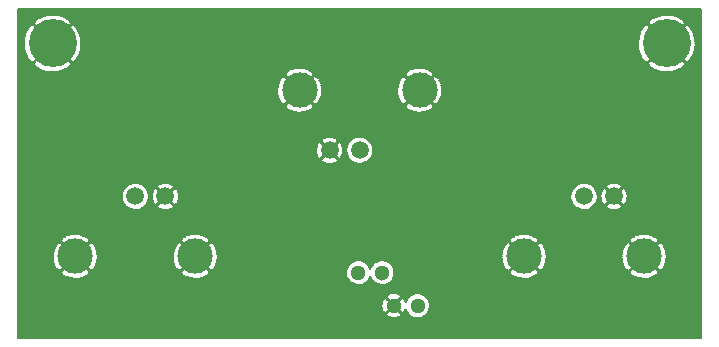
<source format=gbl>
G04 (created by PCBNEW (2013-mar-13)-testing) date Sun 08 Sep 2013 12:49:30 PM PDT*
%MOIN*%
G04 Gerber Fmt 3.4, Leading zero omitted, Abs format*
%FSLAX34Y34*%
G01*
G70*
G90*
G04 APERTURE LIST*
%ADD10C,0.005906*%
%ADD11C,0.118100*%
%ADD12C,0.059100*%
%ADD13C,0.051200*%
%ADD14C,0.051181*%
%ADD15C,0.160000*%
%ADD16C,0.007874*%
G04 APERTURE END LIST*
G54D10*
G54D11*
X45700Y-48043D03*
X41700Y-48043D03*
G54D12*
X43700Y-46043D03*
X44700Y-46043D03*
G54D11*
X49181Y-42507D03*
X53181Y-42507D03*
G54D12*
X51181Y-44507D03*
X50181Y-44507D03*
G54D11*
X60661Y-48043D03*
X56661Y-48043D03*
G54D12*
X58661Y-46043D03*
X59661Y-46043D03*
G54D13*
X51141Y-48582D03*
X53110Y-49684D03*
G54D14*
X51929Y-48582D03*
G54D13*
X52322Y-49685D03*
G54D15*
X40944Y-40944D03*
X61417Y-40944D03*
G54D16*
X39803Y-39803D02*
X62559Y-39803D01*
X39803Y-39861D02*
X62559Y-39861D01*
X39803Y-39920D02*
X62559Y-39920D01*
X39803Y-39979D02*
X62559Y-39979D01*
X39803Y-40038D02*
X40632Y-40038D01*
X41252Y-40038D02*
X61105Y-40038D01*
X61725Y-40038D02*
X62559Y-40038D01*
X39803Y-40096D02*
X40500Y-40096D01*
X41390Y-40096D02*
X60972Y-40096D01*
X61862Y-40096D02*
X62559Y-40096D01*
X39803Y-40155D02*
X40395Y-40155D01*
X41494Y-40155D02*
X60867Y-40155D01*
X61967Y-40155D02*
X62559Y-40155D01*
X39803Y-40214D02*
X40352Y-40214D01*
X41536Y-40214D02*
X60825Y-40214D01*
X62009Y-40214D02*
X62559Y-40214D01*
X39803Y-40273D02*
X40310Y-40273D01*
X41579Y-40273D02*
X60782Y-40273D01*
X62051Y-40273D02*
X62559Y-40273D01*
X39803Y-40331D02*
X40243Y-40331D01*
X40303Y-40331D02*
X40359Y-40331D01*
X41530Y-40331D02*
X41583Y-40331D01*
X41583Y-40331D02*
X41585Y-40331D01*
X41646Y-40331D02*
X60715Y-40331D01*
X60776Y-40331D02*
X60832Y-40331D01*
X62002Y-40331D02*
X62055Y-40331D01*
X62055Y-40331D02*
X62058Y-40331D01*
X62118Y-40331D02*
X62559Y-40331D01*
X39803Y-40390D02*
X40161Y-40390D01*
X40362Y-40390D02*
X40418Y-40390D01*
X41471Y-40390D02*
X41527Y-40390D01*
X41727Y-40390D02*
X60634Y-40390D01*
X60835Y-40390D02*
X60890Y-40390D01*
X61943Y-40390D02*
X61999Y-40390D01*
X62200Y-40390D02*
X62559Y-40390D01*
X39803Y-40449D02*
X40124Y-40449D01*
X40421Y-40449D02*
X40477Y-40449D01*
X41412Y-40449D02*
X41468Y-40449D01*
X41766Y-40449D02*
X60597Y-40449D01*
X60893Y-40449D02*
X60949Y-40449D01*
X61885Y-40449D02*
X61940Y-40449D01*
X62239Y-40449D02*
X62559Y-40449D01*
X39803Y-40508D02*
X40092Y-40508D01*
X40480Y-40508D02*
X40535Y-40508D01*
X41353Y-40508D02*
X41409Y-40508D01*
X41796Y-40508D02*
X60564Y-40508D01*
X60952Y-40508D02*
X61008Y-40508D01*
X61826Y-40508D02*
X61882Y-40508D01*
X62269Y-40508D02*
X62559Y-40508D01*
X39803Y-40566D02*
X40060Y-40566D01*
X40538Y-40566D02*
X40594Y-40566D01*
X41295Y-40566D02*
X41350Y-40566D01*
X41826Y-40566D02*
X60533Y-40566D01*
X61011Y-40566D02*
X61067Y-40566D01*
X61767Y-40566D02*
X61823Y-40566D01*
X62299Y-40566D02*
X62559Y-40566D01*
X39803Y-40625D02*
X40041Y-40625D01*
X40597Y-40625D02*
X40653Y-40625D01*
X41236Y-40625D02*
X41292Y-40625D01*
X41849Y-40625D02*
X60514Y-40625D01*
X61070Y-40625D02*
X61125Y-40625D01*
X61708Y-40625D02*
X61764Y-40625D01*
X62322Y-40625D02*
X62559Y-40625D01*
X39803Y-40684D02*
X40022Y-40684D01*
X40656Y-40684D02*
X40712Y-40684D01*
X41177Y-40684D02*
X41233Y-40684D01*
X41866Y-40684D02*
X60495Y-40684D01*
X61128Y-40684D02*
X61184Y-40684D01*
X61650Y-40684D02*
X61705Y-40684D01*
X62338Y-40684D02*
X62559Y-40684D01*
X39803Y-40742D02*
X40004Y-40742D01*
X40715Y-40742D02*
X40770Y-40742D01*
X41118Y-40742D02*
X41174Y-40742D01*
X41882Y-40742D02*
X60476Y-40742D01*
X61187Y-40742D02*
X61243Y-40742D01*
X61591Y-40742D02*
X61647Y-40742D01*
X62355Y-40742D02*
X62559Y-40742D01*
X39803Y-40801D02*
X39997Y-40801D01*
X40773Y-40801D02*
X40829Y-40801D01*
X41060Y-40801D02*
X41115Y-40801D01*
X41894Y-40801D02*
X60470Y-40801D01*
X61246Y-40801D02*
X61302Y-40801D01*
X61532Y-40801D02*
X61588Y-40801D01*
X62366Y-40801D02*
X62559Y-40801D01*
X39803Y-40860D02*
X39990Y-40860D01*
X40832Y-40860D02*
X40888Y-40860D01*
X41001Y-40860D02*
X41057Y-40860D01*
X41898Y-40860D02*
X60463Y-40860D01*
X61305Y-40860D02*
X61360Y-40860D01*
X61473Y-40860D02*
X61529Y-40860D01*
X62371Y-40860D02*
X62559Y-40860D01*
X39803Y-40919D02*
X39983Y-40919D01*
X40891Y-40919D02*
X40998Y-40919D01*
X41903Y-40919D02*
X60456Y-40919D01*
X61363Y-40919D02*
X61470Y-40919D01*
X62375Y-40919D02*
X62559Y-40919D01*
X39803Y-40977D02*
X39987Y-40977D01*
X40883Y-40977D02*
X40917Y-40977D01*
X40917Y-40977D02*
X40939Y-40977D01*
X40950Y-40977D02*
X41005Y-40977D01*
X41905Y-40977D02*
X41906Y-40977D01*
X41906Y-40977D02*
X60459Y-40977D01*
X61356Y-40977D02*
X61389Y-40977D01*
X61389Y-40977D02*
X61412Y-40977D01*
X61422Y-40977D02*
X61478Y-40977D01*
X62377Y-40977D02*
X62379Y-40977D01*
X62379Y-40977D02*
X62559Y-40977D01*
X39803Y-41036D02*
X39991Y-41036D01*
X40825Y-41036D02*
X40880Y-41036D01*
X41008Y-41036D02*
X41064Y-41036D01*
X41898Y-41036D02*
X41906Y-41036D01*
X41906Y-41036D02*
X60464Y-41036D01*
X61297Y-41036D02*
X61353Y-41036D01*
X61481Y-41036D02*
X61536Y-41036D01*
X62370Y-41036D02*
X62379Y-41036D01*
X62379Y-41036D02*
X62559Y-41036D01*
X39803Y-41095D02*
X39996Y-41095D01*
X40766Y-41095D02*
X40822Y-41095D01*
X41067Y-41095D02*
X41123Y-41095D01*
X41891Y-41095D02*
X41906Y-41095D01*
X41906Y-41095D02*
X60468Y-41095D01*
X61238Y-41095D02*
X61294Y-41095D01*
X61540Y-41095D02*
X61595Y-41095D01*
X62363Y-41095D02*
X62379Y-41095D01*
X62379Y-41095D02*
X62559Y-41095D01*
X39803Y-41154D02*
X40009Y-41154D01*
X40707Y-41154D02*
X40763Y-41154D01*
X41126Y-41154D02*
X41182Y-41154D01*
X41883Y-41154D02*
X41906Y-41154D01*
X41906Y-41154D02*
X60481Y-41154D01*
X61180Y-41154D02*
X61235Y-41154D01*
X61598Y-41154D02*
X61654Y-41154D01*
X62355Y-41154D02*
X62379Y-41154D01*
X62379Y-41154D02*
X62559Y-41154D01*
X39803Y-41212D02*
X40025Y-41212D01*
X40649Y-41212D02*
X40704Y-41212D01*
X41185Y-41212D02*
X41240Y-41212D01*
X41864Y-41212D02*
X41906Y-41212D01*
X41906Y-41212D02*
X60498Y-41212D01*
X61121Y-41212D02*
X61177Y-41212D01*
X61657Y-41212D02*
X61713Y-41212D01*
X62336Y-41212D02*
X62379Y-41212D01*
X62379Y-41212D02*
X62559Y-41212D01*
X39803Y-41271D02*
X40042Y-41271D01*
X40590Y-41271D02*
X40645Y-41271D01*
X41243Y-41271D02*
X41299Y-41271D01*
X41845Y-41271D02*
X41906Y-41271D01*
X41906Y-41271D02*
X60514Y-41271D01*
X61062Y-41271D02*
X61118Y-41271D01*
X61716Y-41271D02*
X61771Y-41271D01*
X62317Y-41271D02*
X62379Y-41271D01*
X62379Y-41271D02*
X62559Y-41271D01*
X39803Y-41330D02*
X40066Y-41330D01*
X40531Y-41330D02*
X40587Y-41330D01*
X41302Y-41330D02*
X41358Y-41330D01*
X41826Y-41330D02*
X41906Y-41330D01*
X41906Y-41330D02*
X60539Y-41330D01*
X61003Y-41330D02*
X61059Y-41330D01*
X61774Y-41330D02*
X61830Y-41330D01*
X62298Y-41330D02*
X62379Y-41330D01*
X62379Y-41330D02*
X62559Y-41330D01*
X39803Y-41389D02*
X40096Y-41389D01*
X40472Y-41389D02*
X40528Y-41389D01*
X41361Y-41389D02*
X41416Y-41389D01*
X41793Y-41389D02*
X41906Y-41389D01*
X41906Y-41389D02*
X60569Y-41389D01*
X60945Y-41389D02*
X61000Y-41389D01*
X61833Y-41389D02*
X61889Y-41389D01*
X62265Y-41389D02*
X62379Y-41389D01*
X62379Y-41389D02*
X62559Y-41389D01*
X39803Y-41447D02*
X40126Y-41447D01*
X40414Y-41447D02*
X40469Y-41447D01*
X41420Y-41447D02*
X41475Y-41447D01*
X41760Y-41447D02*
X41906Y-41447D01*
X41906Y-41447D02*
X60599Y-41447D01*
X60886Y-41447D02*
X60942Y-41447D01*
X61892Y-41447D02*
X61948Y-41447D01*
X62233Y-41447D02*
X62379Y-41447D01*
X62379Y-41447D02*
X62559Y-41447D01*
X39803Y-41506D02*
X40172Y-41506D01*
X40355Y-41506D02*
X40410Y-41506D01*
X41478Y-41506D02*
X41534Y-41506D01*
X41717Y-41506D02*
X41906Y-41506D01*
X41906Y-41506D02*
X60644Y-41506D01*
X60827Y-41506D02*
X60883Y-41506D01*
X61951Y-41506D02*
X62006Y-41506D01*
X62190Y-41506D02*
X62379Y-41506D01*
X62379Y-41506D02*
X62559Y-41506D01*
X39803Y-41565D02*
X40253Y-41565D01*
X40296Y-41565D02*
X40352Y-41565D01*
X41537Y-41565D02*
X41593Y-41565D01*
X41636Y-41565D02*
X41906Y-41565D01*
X41906Y-41565D02*
X60726Y-41565D01*
X60769Y-41565D02*
X60824Y-41565D01*
X62009Y-41565D02*
X62065Y-41565D01*
X62108Y-41565D02*
X62379Y-41565D01*
X62379Y-41565D02*
X62559Y-41565D01*
X39803Y-41624D02*
X40315Y-41624D01*
X41573Y-41624D02*
X41583Y-41624D01*
X41583Y-41624D02*
X41906Y-41624D01*
X41906Y-41624D02*
X60788Y-41624D01*
X62046Y-41624D02*
X62055Y-41624D01*
X62055Y-41624D02*
X62379Y-41624D01*
X62379Y-41624D02*
X62559Y-41624D01*
X39803Y-41682D02*
X40358Y-41682D01*
X41531Y-41682D02*
X41583Y-41682D01*
X41583Y-41682D02*
X41906Y-41682D01*
X41906Y-41682D02*
X60830Y-41682D01*
X62004Y-41682D02*
X62055Y-41682D01*
X62055Y-41682D02*
X62379Y-41682D01*
X62379Y-41682D02*
X62559Y-41682D01*
X39803Y-41741D02*
X40407Y-41741D01*
X41483Y-41741D02*
X41583Y-41741D01*
X41583Y-41741D02*
X41906Y-41741D01*
X41906Y-41741D02*
X60880Y-41741D01*
X61956Y-41741D02*
X62055Y-41741D01*
X62055Y-41741D02*
X62379Y-41741D01*
X62379Y-41741D02*
X62559Y-41741D01*
X39803Y-41800D02*
X40512Y-41800D01*
X41375Y-41800D02*
X41583Y-41800D01*
X41583Y-41800D02*
X41906Y-41800D01*
X41906Y-41800D02*
X48933Y-41800D01*
X49425Y-41800D02*
X52933Y-41800D01*
X53425Y-41800D02*
X60985Y-41800D01*
X61847Y-41800D02*
X62055Y-41800D01*
X62055Y-41800D02*
X62379Y-41800D01*
X62379Y-41800D02*
X62559Y-41800D01*
X39803Y-41859D02*
X40659Y-41859D01*
X41230Y-41859D02*
X41583Y-41859D01*
X41583Y-41859D02*
X41906Y-41859D01*
X41906Y-41859D02*
X48806Y-41859D01*
X49554Y-41859D02*
X52806Y-41859D01*
X53554Y-41859D02*
X61132Y-41859D01*
X61703Y-41859D02*
X62055Y-41859D01*
X62055Y-41859D02*
X62379Y-41859D01*
X62379Y-41859D02*
X62559Y-41859D01*
X39803Y-41917D02*
X41583Y-41917D01*
X41583Y-41917D02*
X41906Y-41917D01*
X41906Y-41917D02*
X48736Y-41917D01*
X49625Y-41917D02*
X52736Y-41917D01*
X53625Y-41917D02*
X62055Y-41917D01*
X62055Y-41917D02*
X62379Y-41917D01*
X62379Y-41917D02*
X62559Y-41917D01*
X39803Y-41976D02*
X41583Y-41976D01*
X41583Y-41976D02*
X41906Y-41976D01*
X41906Y-41976D02*
X48700Y-41976D01*
X49662Y-41976D02*
X52700Y-41976D01*
X53662Y-41976D02*
X62055Y-41976D01*
X62055Y-41976D02*
X62379Y-41976D01*
X62379Y-41976D02*
X62559Y-41976D01*
X39803Y-42035D02*
X41583Y-42035D01*
X41583Y-42035D02*
X41906Y-42035D01*
X41906Y-42035D02*
X48636Y-42035D01*
X48681Y-42035D02*
X48736Y-42035D01*
X49625Y-42035D02*
X49670Y-42035D01*
X49670Y-42035D02*
X49681Y-42035D01*
X49726Y-42035D02*
X52636Y-42035D01*
X52681Y-42035D02*
X52736Y-42035D01*
X53625Y-42035D02*
X53670Y-42035D01*
X53670Y-42035D02*
X53681Y-42035D01*
X53726Y-42035D02*
X62055Y-42035D01*
X62055Y-42035D02*
X62379Y-42035D01*
X62379Y-42035D02*
X62559Y-42035D01*
X39803Y-42094D02*
X41583Y-42094D01*
X41583Y-42094D02*
X41906Y-42094D01*
X41906Y-42094D02*
X48554Y-42094D01*
X48739Y-42094D02*
X48795Y-42094D01*
X49566Y-42094D02*
X49622Y-42094D01*
X49808Y-42094D02*
X52554Y-42094D01*
X52739Y-42094D02*
X52795Y-42094D01*
X53566Y-42094D02*
X53622Y-42094D01*
X53808Y-42094D02*
X62055Y-42094D01*
X62055Y-42094D02*
X62379Y-42094D01*
X62379Y-42094D02*
X62559Y-42094D01*
X39803Y-42152D02*
X41583Y-42152D01*
X41583Y-42152D02*
X41906Y-42152D01*
X41906Y-42152D02*
X48522Y-42152D01*
X48798Y-42152D02*
X48854Y-42152D01*
X49507Y-42152D02*
X49563Y-42152D01*
X49839Y-42152D02*
X52522Y-42152D01*
X52798Y-42152D02*
X52854Y-42152D01*
X53507Y-42152D02*
X53563Y-42152D01*
X53839Y-42152D02*
X62055Y-42152D01*
X62055Y-42152D02*
X62379Y-42152D01*
X62379Y-42152D02*
X62559Y-42152D01*
X39803Y-42211D02*
X41583Y-42211D01*
X41583Y-42211D02*
X41906Y-42211D01*
X41906Y-42211D02*
X48490Y-42211D01*
X48857Y-42211D02*
X48912Y-42211D01*
X49449Y-42211D02*
X49504Y-42211D01*
X49870Y-42211D02*
X52490Y-42211D01*
X52857Y-42211D02*
X52912Y-42211D01*
X53449Y-42211D02*
X53504Y-42211D01*
X53870Y-42211D02*
X62055Y-42211D01*
X62055Y-42211D02*
X62379Y-42211D01*
X62379Y-42211D02*
X62559Y-42211D01*
X39803Y-42270D02*
X41583Y-42270D01*
X41583Y-42270D02*
X41906Y-42270D01*
X41906Y-42270D02*
X48471Y-42270D01*
X48916Y-42270D02*
X48971Y-42270D01*
X49390Y-42270D02*
X49446Y-42270D01*
X49891Y-42270D02*
X52471Y-42270D01*
X52916Y-42270D02*
X52971Y-42270D01*
X53390Y-42270D02*
X53446Y-42270D01*
X53891Y-42270D02*
X62055Y-42270D01*
X62055Y-42270D02*
X62379Y-42270D01*
X62379Y-42270D02*
X62559Y-42270D01*
X39803Y-42328D02*
X41583Y-42328D01*
X41583Y-42328D02*
X41906Y-42328D01*
X41906Y-42328D02*
X48452Y-42328D01*
X48974Y-42328D02*
X49030Y-42328D01*
X49331Y-42328D02*
X49387Y-42328D01*
X49908Y-42328D02*
X52452Y-42328D01*
X52974Y-42328D02*
X53030Y-42328D01*
X53331Y-42328D02*
X53387Y-42328D01*
X53908Y-42328D02*
X62055Y-42328D01*
X62055Y-42328D02*
X62379Y-42328D01*
X62379Y-42328D02*
X62559Y-42328D01*
X39803Y-42387D02*
X41583Y-42387D01*
X41583Y-42387D02*
X41906Y-42387D01*
X41906Y-42387D02*
X48441Y-42387D01*
X49033Y-42387D02*
X49089Y-42387D01*
X49272Y-42387D02*
X49328Y-42387D01*
X49921Y-42387D02*
X52441Y-42387D01*
X53033Y-42387D02*
X53089Y-42387D01*
X53272Y-42387D02*
X53328Y-42387D01*
X53921Y-42387D02*
X62055Y-42387D01*
X62055Y-42387D02*
X62379Y-42387D01*
X62379Y-42387D02*
X62559Y-42387D01*
X39803Y-42446D02*
X41583Y-42446D01*
X41583Y-42446D02*
X41906Y-42446D01*
X41906Y-42446D02*
X48435Y-42446D01*
X49092Y-42446D02*
X49147Y-42446D01*
X49214Y-42446D02*
X49269Y-42446D01*
X49926Y-42446D02*
X52435Y-42446D01*
X53092Y-42446D02*
X53147Y-42446D01*
X53214Y-42446D02*
X53269Y-42446D01*
X53926Y-42446D02*
X62055Y-42446D01*
X62055Y-42446D02*
X62379Y-42446D01*
X62379Y-42446D02*
X62559Y-42446D01*
X39803Y-42505D02*
X41583Y-42505D01*
X41583Y-42505D02*
X41906Y-42505D01*
X41906Y-42505D02*
X48430Y-42505D01*
X49151Y-42505D02*
X49211Y-42505D01*
X49931Y-42505D02*
X52430Y-42505D01*
X53151Y-42505D02*
X53211Y-42505D01*
X53931Y-42505D02*
X62055Y-42505D01*
X62055Y-42505D02*
X62379Y-42505D01*
X62379Y-42505D02*
X62559Y-42505D01*
X39803Y-42563D02*
X41583Y-42563D01*
X41583Y-42563D02*
X41906Y-42563D01*
X41906Y-42563D02*
X48435Y-42563D01*
X49096Y-42563D02*
X49152Y-42563D01*
X49209Y-42563D02*
X49265Y-42563D01*
X49927Y-42563D02*
X49932Y-42563D01*
X49932Y-42563D02*
X52435Y-42563D01*
X53096Y-42563D02*
X53152Y-42563D01*
X53209Y-42563D02*
X53265Y-42563D01*
X53927Y-42563D02*
X53932Y-42563D01*
X53932Y-42563D02*
X62055Y-42563D01*
X62055Y-42563D02*
X62379Y-42563D01*
X62379Y-42563D02*
X62559Y-42563D01*
X39803Y-42622D02*
X41583Y-42622D01*
X41583Y-42622D02*
X41906Y-42622D01*
X41906Y-42622D02*
X48440Y-42622D01*
X49038Y-42622D02*
X49093Y-42622D01*
X49268Y-42622D02*
X49324Y-42622D01*
X49920Y-42622D02*
X49932Y-42622D01*
X49932Y-42622D02*
X52440Y-42622D01*
X53038Y-42622D02*
X53093Y-42622D01*
X53268Y-42622D02*
X53324Y-42622D01*
X53920Y-42622D02*
X53932Y-42622D01*
X53932Y-42622D02*
X62055Y-42622D01*
X62055Y-42622D02*
X62379Y-42622D01*
X62379Y-42622D02*
X62559Y-42622D01*
X39803Y-42681D02*
X41583Y-42681D01*
X41583Y-42681D02*
X41906Y-42681D01*
X41906Y-42681D02*
X48452Y-42681D01*
X48979Y-42681D02*
X49034Y-42681D01*
X49327Y-42681D02*
X49382Y-42681D01*
X49910Y-42681D02*
X49932Y-42681D01*
X49932Y-42681D02*
X52452Y-42681D01*
X52979Y-42681D02*
X53034Y-42681D01*
X53327Y-42681D02*
X53382Y-42681D01*
X53910Y-42681D02*
X53932Y-42681D01*
X53932Y-42681D02*
X62055Y-42681D01*
X62055Y-42681D02*
X62379Y-42681D01*
X62379Y-42681D02*
X62559Y-42681D01*
X39803Y-42740D02*
X41583Y-42740D01*
X41583Y-42740D02*
X41906Y-42740D01*
X41906Y-42740D02*
X48469Y-42740D01*
X48920Y-42740D02*
X48976Y-42740D01*
X49385Y-42740D02*
X49441Y-42740D01*
X49891Y-42740D02*
X49932Y-42740D01*
X49932Y-42740D02*
X52469Y-42740D01*
X52920Y-42740D02*
X52976Y-42740D01*
X53385Y-42740D02*
X53441Y-42740D01*
X53891Y-42740D02*
X53932Y-42740D01*
X53932Y-42740D02*
X62055Y-42740D01*
X62055Y-42740D02*
X62379Y-42740D01*
X62379Y-42740D02*
X62559Y-42740D01*
X39803Y-42798D02*
X41583Y-42798D01*
X41583Y-42798D02*
X41906Y-42798D01*
X41906Y-42798D02*
X48489Y-42798D01*
X48861Y-42798D02*
X48917Y-42798D01*
X49444Y-42798D02*
X49500Y-42798D01*
X49873Y-42798D02*
X49932Y-42798D01*
X49932Y-42798D02*
X52489Y-42798D01*
X52861Y-42798D02*
X52917Y-42798D01*
X53444Y-42798D02*
X53500Y-42798D01*
X53873Y-42798D02*
X53932Y-42798D01*
X53932Y-42798D02*
X62055Y-42798D01*
X62055Y-42798D02*
X62379Y-42798D01*
X62379Y-42798D02*
X62559Y-42798D01*
X39803Y-42857D02*
X41583Y-42857D01*
X41583Y-42857D02*
X41906Y-42857D01*
X41906Y-42857D02*
X48520Y-42857D01*
X48803Y-42857D02*
X48858Y-42857D01*
X49503Y-42857D02*
X49559Y-42857D01*
X49842Y-42857D02*
X49932Y-42857D01*
X49932Y-42857D02*
X52520Y-42857D01*
X52803Y-42857D02*
X52858Y-42857D01*
X53503Y-42857D02*
X53559Y-42857D01*
X53842Y-42857D02*
X53932Y-42857D01*
X53932Y-42857D02*
X62055Y-42857D01*
X62055Y-42857D02*
X62379Y-42857D01*
X62379Y-42857D02*
X62559Y-42857D01*
X39803Y-42916D02*
X41583Y-42916D01*
X41583Y-42916D02*
X41906Y-42916D01*
X41906Y-42916D02*
X48550Y-42916D01*
X48744Y-42916D02*
X48800Y-42916D01*
X49562Y-42916D02*
X49617Y-42916D01*
X49809Y-42916D02*
X49932Y-42916D01*
X49932Y-42916D02*
X52550Y-42916D01*
X52744Y-42916D02*
X52800Y-42916D01*
X53562Y-42916D02*
X53617Y-42916D01*
X53809Y-42916D02*
X53932Y-42916D01*
X53932Y-42916D02*
X62055Y-42916D01*
X62055Y-42916D02*
X62379Y-42916D01*
X62379Y-42916D02*
X62559Y-42916D01*
X39803Y-42975D02*
X41583Y-42975D01*
X41583Y-42975D02*
X41906Y-42975D01*
X41906Y-42975D02*
X48628Y-42975D01*
X48685Y-42975D02*
X48741Y-42975D01*
X49620Y-42975D02*
X49676Y-42975D01*
X49733Y-42975D02*
X49932Y-42975D01*
X49932Y-42975D02*
X52628Y-42975D01*
X52685Y-42975D02*
X52741Y-42975D01*
X53620Y-42975D02*
X53676Y-42975D01*
X53733Y-42975D02*
X53932Y-42975D01*
X53932Y-42975D02*
X62055Y-42975D01*
X62055Y-42975D02*
X62379Y-42975D01*
X62379Y-42975D02*
X62559Y-42975D01*
X39803Y-43033D02*
X41583Y-43033D01*
X41583Y-43033D02*
X41906Y-43033D01*
X41906Y-43033D02*
X48697Y-43033D01*
X49664Y-43033D02*
X49670Y-43033D01*
X49670Y-43033D02*
X49932Y-43033D01*
X49932Y-43033D02*
X52697Y-43033D01*
X53664Y-43033D02*
X53670Y-43033D01*
X53670Y-43033D02*
X53932Y-43033D01*
X53932Y-43033D02*
X62055Y-43033D01*
X62055Y-43033D02*
X62379Y-43033D01*
X62379Y-43033D02*
X62559Y-43033D01*
X39803Y-43092D02*
X41583Y-43092D01*
X41583Y-43092D02*
X41906Y-43092D01*
X41906Y-43092D02*
X48733Y-43092D01*
X49628Y-43092D02*
X49670Y-43092D01*
X49670Y-43092D02*
X49932Y-43092D01*
X49932Y-43092D02*
X52733Y-43092D01*
X53628Y-43092D02*
X53670Y-43092D01*
X53670Y-43092D02*
X53932Y-43092D01*
X53932Y-43092D02*
X62055Y-43092D01*
X62055Y-43092D02*
X62379Y-43092D01*
X62379Y-43092D02*
X62559Y-43092D01*
X39803Y-43151D02*
X41583Y-43151D01*
X41583Y-43151D02*
X41906Y-43151D01*
X41906Y-43151D02*
X48799Y-43151D01*
X49564Y-43151D02*
X49670Y-43151D01*
X49670Y-43151D02*
X49932Y-43151D01*
X49932Y-43151D02*
X52799Y-43151D01*
X53564Y-43151D02*
X53670Y-43151D01*
X53670Y-43151D02*
X53932Y-43151D01*
X53932Y-43151D02*
X62055Y-43151D01*
X62055Y-43151D02*
X62379Y-43151D01*
X62379Y-43151D02*
X62559Y-43151D01*
X39803Y-43210D02*
X41583Y-43210D01*
X41583Y-43210D02*
X41906Y-43210D01*
X41906Y-43210D02*
X48922Y-43210D01*
X49443Y-43210D02*
X49670Y-43210D01*
X49670Y-43210D02*
X49932Y-43210D01*
X49932Y-43210D02*
X52922Y-43210D01*
X53443Y-43210D02*
X53670Y-43210D01*
X53670Y-43210D02*
X53932Y-43210D01*
X53932Y-43210D02*
X62055Y-43210D01*
X62055Y-43210D02*
X62379Y-43210D01*
X62379Y-43210D02*
X62559Y-43210D01*
X39803Y-43268D02*
X41583Y-43268D01*
X41583Y-43268D02*
X41906Y-43268D01*
X41906Y-43268D02*
X49670Y-43268D01*
X49670Y-43268D02*
X49932Y-43268D01*
X49932Y-43268D02*
X53670Y-43268D01*
X53670Y-43268D02*
X53932Y-43268D01*
X53932Y-43268D02*
X62055Y-43268D01*
X62055Y-43268D02*
X62379Y-43268D01*
X62379Y-43268D02*
X62559Y-43268D01*
X39803Y-43327D02*
X41583Y-43327D01*
X41583Y-43327D02*
X41906Y-43327D01*
X41906Y-43327D02*
X49670Y-43327D01*
X49670Y-43327D02*
X49932Y-43327D01*
X49932Y-43327D02*
X53670Y-43327D01*
X53670Y-43327D02*
X53932Y-43327D01*
X53932Y-43327D02*
X62055Y-43327D01*
X62055Y-43327D02*
X62379Y-43327D01*
X62379Y-43327D02*
X62559Y-43327D01*
X39803Y-43386D02*
X41583Y-43386D01*
X41583Y-43386D02*
X41906Y-43386D01*
X41906Y-43386D02*
X49670Y-43386D01*
X49670Y-43386D02*
X49932Y-43386D01*
X49932Y-43386D02*
X53670Y-43386D01*
X53670Y-43386D02*
X53932Y-43386D01*
X53932Y-43386D02*
X62055Y-43386D01*
X62055Y-43386D02*
X62379Y-43386D01*
X62379Y-43386D02*
X62559Y-43386D01*
X39803Y-43445D02*
X41583Y-43445D01*
X41583Y-43445D02*
X41906Y-43445D01*
X41906Y-43445D02*
X49670Y-43445D01*
X49670Y-43445D02*
X49932Y-43445D01*
X49932Y-43445D02*
X53670Y-43445D01*
X53670Y-43445D02*
X53932Y-43445D01*
X53932Y-43445D02*
X62055Y-43445D01*
X62055Y-43445D02*
X62379Y-43445D01*
X62379Y-43445D02*
X62559Y-43445D01*
X39803Y-43503D02*
X41583Y-43503D01*
X41583Y-43503D02*
X41906Y-43503D01*
X41906Y-43503D02*
X49670Y-43503D01*
X49670Y-43503D02*
X49932Y-43503D01*
X49932Y-43503D02*
X53670Y-43503D01*
X53670Y-43503D02*
X53932Y-43503D01*
X53932Y-43503D02*
X62055Y-43503D01*
X62055Y-43503D02*
X62379Y-43503D01*
X62379Y-43503D02*
X62559Y-43503D01*
X39803Y-43562D02*
X41583Y-43562D01*
X41583Y-43562D02*
X41906Y-43562D01*
X41906Y-43562D02*
X49670Y-43562D01*
X49670Y-43562D02*
X49932Y-43562D01*
X49932Y-43562D02*
X53670Y-43562D01*
X53670Y-43562D02*
X53932Y-43562D01*
X53932Y-43562D02*
X62055Y-43562D01*
X62055Y-43562D02*
X62379Y-43562D01*
X62379Y-43562D02*
X62559Y-43562D01*
X39803Y-43621D02*
X41583Y-43621D01*
X41583Y-43621D02*
X41906Y-43621D01*
X41906Y-43621D02*
X49670Y-43621D01*
X49670Y-43621D02*
X49932Y-43621D01*
X49932Y-43621D02*
X53670Y-43621D01*
X53670Y-43621D02*
X53932Y-43621D01*
X53932Y-43621D02*
X62055Y-43621D01*
X62055Y-43621D02*
X62379Y-43621D01*
X62379Y-43621D02*
X62559Y-43621D01*
X39803Y-43680D02*
X41583Y-43680D01*
X41583Y-43680D02*
X41906Y-43680D01*
X41906Y-43680D02*
X49670Y-43680D01*
X49670Y-43680D02*
X49932Y-43680D01*
X49932Y-43680D02*
X53670Y-43680D01*
X53670Y-43680D02*
X53932Y-43680D01*
X53932Y-43680D02*
X62055Y-43680D01*
X62055Y-43680D02*
X62379Y-43680D01*
X62379Y-43680D02*
X62559Y-43680D01*
X39803Y-43738D02*
X41583Y-43738D01*
X41583Y-43738D02*
X41906Y-43738D01*
X41906Y-43738D02*
X49670Y-43738D01*
X49670Y-43738D02*
X49932Y-43738D01*
X49932Y-43738D02*
X53670Y-43738D01*
X53670Y-43738D02*
X53932Y-43738D01*
X53932Y-43738D02*
X62055Y-43738D01*
X62055Y-43738D02*
X62379Y-43738D01*
X62379Y-43738D02*
X62559Y-43738D01*
X39803Y-43797D02*
X41583Y-43797D01*
X41583Y-43797D02*
X41906Y-43797D01*
X41906Y-43797D02*
X49670Y-43797D01*
X49670Y-43797D02*
X49932Y-43797D01*
X49932Y-43797D02*
X53670Y-43797D01*
X53670Y-43797D02*
X53932Y-43797D01*
X53932Y-43797D02*
X62055Y-43797D01*
X62055Y-43797D02*
X62379Y-43797D01*
X62379Y-43797D02*
X62559Y-43797D01*
X39803Y-43856D02*
X41583Y-43856D01*
X41583Y-43856D02*
X41906Y-43856D01*
X41906Y-43856D02*
X49670Y-43856D01*
X49670Y-43856D02*
X49932Y-43856D01*
X49932Y-43856D02*
X53670Y-43856D01*
X53670Y-43856D02*
X53932Y-43856D01*
X53932Y-43856D02*
X62055Y-43856D01*
X62055Y-43856D02*
X62379Y-43856D01*
X62379Y-43856D02*
X62559Y-43856D01*
X39803Y-43914D02*
X41583Y-43914D01*
X41583Y-43914D02*
X41906Y-43914D01*
X41906Y-43914D02*
X49670Y-43914D01*
X49670Y-43914D02*
X49932Y-43914D01*
X49932Y-43914D02*
X53670Y-43914D01*
X53670Y-43914D02*
X53932Y-43914D01*
X53932Y-43914D02*
X62055Y-43914D01*
X62055Y-43914D02*
X62379Y-43914D01*
X62379Y-43914D02*
X62559Y-43914D01*
X39803Y-43973D02*
X41583Y-43973D01*
X41583Y-43973D02*
X41906Y-43973D01*
X41906Y-43973D02*
X49670Y-43973D01*
X49670Y-43973D02*
X49932Y-43973D01*
X49932Y-43973D02*
X53670Y-43973D01*
X53670Y-43973D02*
X53932Y-43973D01*
X53932Y-43973D02*
X62055Y-43973D01*
X62055Y-43973D02*
X62379Y-43973D01*
X62379Y-43973D02*
X62559Y-43973D01*
X39803Y-44032D02*
X41583Y-44032D01*
X41583Y-44032D02*
X41906Y-44032D01*
X41906Y-44032D02*
X49670Y-44032D01*
X49670Y-44032D02*
X49932Y-44032D01*
X49932Y-44032D02*
X53670Y-44032D01*
X53670Y-44032D02*
X53932Y-44032D01*
X53932Y-44032D02*
X62055Y-44032D01*
X62055Y-44032D02*
X62379Y-44032D01*
X62379Y-44032D02*
X62559Y-44032D01*
X39803Y-44091D02*
X41583Y-44091D01*
X41583Y-44091D02*
X41906Y-44091D01*
X41906Y-44091D02*
X49670Y-44091D01*
X49670Y-44091D02*
X49932Y-44091D01*
X49932Y-44091D02*
X49998Y-44091D01*
X50362Y-44091D02*
X51002Y-44091D01*
X51359Y-44091D02*
X53670Y-44091D01*
X53670Y-44091D02*
X53932Y-44091D01*
X53932Y-44091D02*
X62055Y-44091D01*
X62055Y-44091D02*
X62379Y-44091D01*
X62379Y-44091D02*
X62559Y-44091D01*
X39803Y-44149D02*
X41583Y-44149D01*
X41583Y-44149D02*
X41906Y-44149D01*
X41906Y-44149D02*
X49670Y-44149D01*
X49670Y-44149D02*
X49921Y-44149D01*
X50441Y-44149D02*
X50900Y-44149D01*
X51461Y-44149D02*
X53670Y-44149D01*
X53670Y-44149D02*
X53932Y-44149D01*
X53932Y-44149D02*
X62055Y-44149D01*
X62055Y-44149D02*
X62379Y-44149D01*
X62379Y-44149D02*
X62559Y-44149D01*
X39803Y-44208D02*
X41583Y-44208D01*
X41583Y-44208D02*
X41906Y-44208D01*
X41906Y-44208D02*
X49670Y-44208D01*
X49670Y-44208D02*
X49910Y-44208D01*
X50452Y-44208D02*
X50460Y-44208D01*
X50460Y-44208D02*
X50838Y-44208D01*
X51522Y-44208D02*
X53670Y-44208D01*
X53670Y-44208D02*
X53932Y-44208D01*
X53932Y-44208D02*
X62055Y-44208D01*
X62055Y-44208D02*
X62379Y-44208D01*
X62379Y-44208D02*
X62559Y-44208D01*
X39803Y-44267D02*
X41583Y-44267D01*
X41583Y-44267D02*
X41906Y-44267D01*
X41906Y-44267D02*
X49670Y-44267D01*
X49670Y-44267D02*
X49795Y-44267D01*
X49913Y-44267D02*
X49968Y-44267D01*
X50393Y-44267D02*
X50448Y-44267D01*
X50566Y-44267D02*
X50796Y-44267D01*
X51565Y-44267D02*
X53670Y-44267D01*
X53670Y-44267D02*
X53932Y-44267D01*
X53932Y-44267D02*
X62055Y-44267D01*
X62055Y-44267D02*
X62379Y-44267D01*
X62379Y-44267D02*
X62559Y-44267D01*
X39803Y-44326D02*
X41583Y-44326D01*
X41583Y-44326D02*
X41906Y-44326D01*
X41906Y-44326D02*
X49670Y-44326D01*
X49670Y-44326D02*
X49764Y-44326D01*
X49971Y-44326D02*
X50027Y-44326D01*
X50334Y-44326D02*
X50390Y-44326D01*
X50598Y-44326D02*
X50765Y-44326D01*
X51596Y-44326D02*
X53670Y-44326D01*
X53670Y-44326D02*
X53932Y-44326D01*
X53932Y-44326D02*
X62055Y-44326D01*
X62055Y-44326D02*
X62379Y-44326D01*
X62379Y-44326D02*
X62559Y-44326D01*
X39803Y-44384D02*
X41583Y-44384D01*
X41583Y-44384D02*
X41906Y-44384D01*
X41906Y-44384D02*
X49670Y-44384D01*
X49670Y-44384D02*
X49744Y-44384D01*
X50030Y-44384D02*
X50086Y-44384D01*
X50275Y-44384D02*
X50331Y-44384D01*
X50617Y-44384D02*
X50744Y-44384D01*
X51618Y-44384D02*
X53670Y-44384D01*
X53670Y-44384D02*
X53932Y-44384D01*
X53932Y-44384D02*
X62055Y-44384D01*
X62055Y-44384D02*
X62379Y-44384D01*
X62379Y-44384D02*
X62559Y-44384D01*
X39803Y-44443D02*
X41583Y-44443D01*
X41583Y-44443D02*
X41906Y-44443D01*
X41906Y-44443D02*
X49670Y-44443D01*
X49670Y-44443D02*
X49732Y-44443D01*
X50089Y-44443D02*
X50145Y-44443D01*
X50217Y-44443D02*
X50272Y-44443D01*
X50629Y-44443D02*
X50731Y-44443D01*
X51630Y-44443D02*
X53670Y-44443D01*
X53670Y-44443D02*
X53932Y-44443D01*
X53932Y-44443D02*
X62055Y-44443D01*
X62055Y-44443D02*
X62379Y-44443D01*
X62379Y-44443D02*
X62559Y-44443D01*
X39803Y-44502D02*
X41583Y-44502D01*
X41583Y-44502D02*
X41906Y-44502D01*
X41906Y-44502D02*
X49670Y-44502D01*
X49670Y-44502D02*
X49726Y-44502D01*
X50148Y-44502D02*
X50214Y-44502D01*
X50635Y-44502D02*
X50728Y-44502D01*
X51633Y-44502D02*
X51634Y-44502D01*
X51634Y-44502D02*
X53670Y-44502D01*
X53670Y-44502D02*
X53932Y-44502D01*
X53932Y-44502D02*
X62055Y-44502D01*
X62055Y-44502D02*
X62379Y-44502D01*
X62379Y-44502D02*
X62559Y-44502D01*
X39803Y-44561D02*
X41583Y-44561D01*
X41583Y-44561D02*
X41906Y-44561D01*
X41906Y-44561D02*
X49670Y-44561D01*
X49670Y-44561D02*
X49731Y-44561D01*
X50099Y-44561D02*
X50153Y-44561D01*
X50153Y-44561D02*
X50155Y-44561D01*
X50206Y-44561D02*
X50262Y-44561D01*
X50631Y-44561D02*
X50636Y-44561D01*
X50636Y-44561D02*
X50730Y-44561D01*
X51632Y-44561D02*
X51634Y-44561D01*
X51634Y-44561D02*
X53670Y-44561D01*
X53670Y-44561D02*
X53932Y-44561D01*
X53932Y-44561D02*
X62055Y-44561D01*
X62055Y-44561D02*
X62379Y-44561D01*
X62379Y-44561D02*
X62559Y-44561D01*
X39803Y-44619D02*
X41583Y-44619D01*
X41583Y-44619D02*
X41906Y-44619D01*
X41906Y-44619D02*
X49670Y-44619D01*
X49670Y-44619D02*
X49741Y-44619D01*
X50040Y-44619D02*
X50096Y-44619D01*
X50265Y-44619D02*
X50321Y-44619D01*
X50620Y-44619D02*
X50636Y-44619D01*
X50636Y-44619D02*
X50741Y-44619D01*
X51620Y-44619D02*
X51634Y-44619D01*
X51634Y-44619D02*
X53670Y-44619D01*
X53670Y-44619D02*
X53932Y-44619D01*
X53932Y-44619D02*
X62055Y-44619D01*
X62055Y-44619D02*
X62379Y-44619D01*
X62379Y-44619D02*
X62559Y-44619D01*
X39803Y-44678D02*
X41583Y-44678D01*
X41583Y-44678D02*
X41906Y-44678D01*
X41906Y-44678D02*
X49670Y-44678D01*
X49670Y-44678D02*
X49759Y-44678D01*
X49982Y-44678D02*
X50037Y-44678D01*
X50324Y-44678D02*
X50380Y-44678D01*
X50602Y-44678D02*
X50636Y-44678D01*
X50636Y-44678D02*
X50761Y-44678D01*
X51600Y-44678D02*
X51634Y-44678D01*
X51634Y-44678D02*
X53670Y-44678D01*
X53670Y-44678D02*
X53932Y-44678D01*
X53932Y-44678D02*
X62055Y-44678D01*
X62055Y-44678D02*
X62379Y-44678D01*
X62379Y-44678D02*
X62559Y-44678D01*
X39803Y-44737D02*
X41583Y-44737D01*
X41583Y-44737D02*
X41906Y-44737D01*
X41906Y-44737D02*
X49670Y-44737D01*
X49670Y-44737D02*
X49790Y-44737D01*
X49923Y-44737D02*
X49979Y-44737D01*
X50383Y-44737D02*
X50438Y-44737D01*
X50571Y-44737D02*
X50636Y-44737D01*
X50636Y-44737D02*
X50790Y-44737D01*
X51573Y-44737D02*
X51634Y-44737D01*
X51634Y-44737D02*
X53670Y-44737D01*
X53670Y-44737D02*
X53932Y-44737D01*
X53932Y-44737D02*
X62055Y-44737D01*
X62055Y-44737D02*
X62379Y-44737D01*
X62379Y-44737D02*
X62559Y-44737D01*
X39803Y-44796D02*
X41583Y-44796D01*
X41583Y-44796D02*
X41906Y-44796D01*
X41906Y-44796D02*
X49670Y-44796D01*
X49670Y-44796D02*
X49920Y-44796D01*
X50441Y-44796D02*
X50636Y-44796D01*
X50636Y-44796D02*
X50830Y-44796D01*
X51531Y-44796D02*
X51634Y-44796D01*
X51634Y-44796D02*
X53670Y-44796D01*
X53670Y-44796D02*
X53932Y-44796D01*
X53932Y-44796D02*
X62055Y-44796D01*
X62055Y-44796D02*
X62379Y-44796D01*
X62379Y-44796D02*
X62559Y-44796D01*
X39803Y-44854D02*
X41583Y-44854D01*
X41583Y-44854D02*
X41906Y-44854D01*
X41906Y-44854D02*
X49670Y-44854D01*
X49670Y-44854D02*
X49917Y-44854D01*
X50445Y-44854D02*
X50460Y-44854D01*
X50460Y-44854D02*
X50636Y-44854D01*
X50636Y-44854D02*
X50887Y-44854D01*
X51473Y-44854D02*
X51634Y-44854D01*
X51634Y-44854D02*
X53670Y-44854D01*
X53670Y-44854D02*
X53932Y-44854D01*
X53932Y-44854D02*
X62055Y-44854D01*
X62055Y-44854D02*
X62379Y-44854D01*
X62379Y-44854D02*
X62559Y-44854D01*
X39803Y-44913D02*
X41583Y-44913D01*
X41583Y-44913D02*
X41906Y-44913D01*
X41906Y-44913D02*
X49670Y-44913D01*
X49670Y-44913D02*
X49980Y-44913D01*
X50382Y-44913D02*
X50460Y-44913D01*
X50460Y-44913D02*
X50636Y-44913D01*
X50636Y-44913D02*
X50979Y-44913D01*
X51386Y-44913D02*
X51634Y-44913D01*
X51634Y-44913D02*
X53670Y-44913D01*
X53670Y-44913D02*
X53932Y-44913D01*
X53932Y-44913D02*
X62055Y-44913D01*
X62055Y-44913D02*
X62379Y-44913D01*
X62379Y-44913D02*
X62559Y-44913D01*
X39803Y-44972D02*
X41583Y-44972D01*
X41583Y-44972D02*
X41906Y-44972D01*
X41906Y-44972D02*
X49670Y-44972D01*
X49670Y-44972D02*
X50460Y-44972D01*
X50460Y-44972D02*
X50636Y-44972D01*
X50636Y-44972D02*
X51634Y-44972D01*
X51634Y-44972D02*
X53670Y-44972D01*
X53670Y-44972D02*
X53932Y-44972D01*
X53932Y-44972D02*
X62055Y-44972D01*
X62055Y-44972D02*
X62379Y-44972D01*
X62379Y-44972D02*
X62559Y-44972D01*
X39803Y-45031D02*
X41583Y-45031D01*
X41583Y-45031D02*
X41906Y-45031D01*
X41906Y-45031D02*
X49670Y-45031D01*
X49670Y-45031D02*
X50460Y-45031D01*
X50460Y-45031D02*
X50636Y-45031D01*
X50636Y-45031D02*
X51634Y-45031D01*
X51634Y-45031D02*
X53670Y-45031D01*
X53670Y-45031D02*
X53932Y-45031D01*
X53932Y-45031D02*
X62055Y-45031D01*
X62055Y-45031D02*
X62379Y-45031D01*
X62379Y-45031D02*
X62559Y-45031D01*
X39803Y-45089D02*
X41583Y-45089D01*
X41583Y-45089D02*
X41906Y-45089D01*
X41906Y-45089D02*
X49670Y-45089D01*
X49670Y-45089D02*
X50460Y-45089D01*
X50460Y-45089D02*
X50636Y-45089D01*
X50636Y-45089D02*
X51634Y-45089D01*
X51634Y-45089D02*
X53670Y-45089D01*
X53670Y-45089D02*
X53932Y-45089D01*
X53932Y-45089D02*
X62055Y-45089D01*
X62055Y-45089D02*
X62379Y-45089D01*
X62379Y-45089D02*
X62559Y-45089D01*
X39803Y-45148D02*
X41583Y-45148D01*
X41583Y-45148D02*
X41906Y-45148D01*
X41906Y-45148D02*
X49670Y-45148D01*
X49670Y-45148D02*
X50460Y-45148D01*
X50460Y-45148D02*
X50636Y-45148D01*
X50636Y-45148D02*
X51634Y-45148D01*
X51634Y-45148D02*
X53670Y-45148D01*
X53670Y-45148D02*
X53932Y-45148D01*
X53932Y-45148D02*
X62055Y-45148D01*
X62055Y-45148D02*
X62379Y-45148D01*
X62379Y-45148D02*
X62559Y-45148D01*
X39803Y-45207D02*
X41583Y-45207D01*
X41583Y-45207D02*
X41906Y-45207D01*
X41906Y-45207D02*
X49670Y-45207D01*
X49670Y-45207D02*
X50460Y-45207D01*
X50460Y-45207D02*
X50636Y-45207D01*
X50636Y-45207D02*
X51634Y-45207D01*
X51634Y-45207D02*
X53670Y-45207D01*
X53670Y-45207D02*
X53932Y-45207D01*
X53932Y-45207D02*
X62055Y-45207D01*
X62055Y-45207D02*
X62379Y-45207D01*
X62379Y-45207D02*
X62559Y-45207D01*
X39803Y-45265D02*
X41583Y-45265D01*
X41583Y-45265D02*
X41906Y-45265D01*
X41906Y-45265D02*
X49670Y-45265D01*
X49670Y-45265D02*
X50460Y-45265D01*
X50460Y-45265D02*
X50636Y-45265D01*
X50636Y-45265D02*
X51634Y-45265D01*
X51634Y-45265D02*
X53670Y-45265D01*
X53670Y-45265D02*
X53932Y-45265D01*
X53932Y-45265D02*
X62055Y-45265D01*
X62055Y-45265D02*
X62379Y-45265D01*
X62379Y-45265D02*
X62559Y-45265D01*
X39803Y-45324D02*
X41583Y-45324D01*
X41583Y-45324D02*
X41906Y-45324D01*
X41906Y-45324D02*
X49670Y-45324D01*
X49670Y-45324D02*
X50460Y-45324D01*
X50460Y-45324D02*
X50636Y-45324D01*
X50636Y-45324D02*
X51634Y-45324D01*
X51634Y-45324D02*
X53670Y-45324D01*
X53670Y-45324D02*
X53932Y-45324D01*
X53932Y-45324D02*
X62055Y-45324D01*
X62055Y-45324D02*
X62379Y-45324D01*
X62379Y-45324D02*
X62559Y-45324D01*
X39803Y-45383D02*
X41583Y-45383D01*
X41583Y-45383D02*
X41906Y-45383D01*
X41906Y-45383D02*
X49670Y-45383D01*
X49670Y-45383D02*
X50460Y-45383D01*
X50460Y-45383D02*
X50636Y-45383D01*
X50636Y-45383D02*
X51634Y-45383D01*
X51634Y-45383D02*
X53670Y-45383D01*
X53670Y-45383D02*
X53932Y-45383D01*
X53932Y-45383D02*
X62055Y-45383D01*
X62055Y-45383D02*
X62379Y-45383D01*
X62379Y-45383D02*
X62559Y-45383D01*
X39803Y-45442D02*
X41583Y-45442D01*
X41583Y-45442D02*
X41906Y-45442D01*
X41906Y-45442D02*
X49670Y-45442D01*
X49670Y-45442D02*
X50460Y-45442D01*
X50460Y-45442D02*
X50636Y-45442D01*
X50636Y-45442D02*
X51634Y-45442D01*
X51634Y-45442D02*
X53670Y-45442D01*
X53670Y-45442D02*
X53932Y-45442D01*
X53932Y-45442D02*
X62055Y-45442D01*
X62055Y-45442D02*
X62379Y-45442D01*
X62379Y-45442D02*
X62559Y-45442D01*
X39803Y-45500D02*
X41583Y-45500D01*
X41583Y-45500D02*
X41906Y-45500D01*
X41906Y-45500D02*
X49670Y-45500D01*
X49670Y-45500D02*
X50460Y-45500D01*
X50460Y-45500D02*
X50636Y-45500D01*
X50636Y-45500D02*
X51634Y-45500D01*
X51634Y-45500D02*
X53670Y-45500D01*
X53670Y-45500D02*
X53932Y-45500D01*
X53932Y-45500D02*
X62055Y-45500D01*
X62055Y-45500D02*
X62379Y-45500D01*
X62379Y-45500D02*
X62559Y-45500D01*
X39803Y-45559D02*
X41583Y-45559D01*
X41583Y-45559D02*
X41906Y-45559D01*
X41906Y-45559D02*
X49670Y-45559D01*
X49670Y-45559D02*
X50460Y-45559D01*
X50460Y-45559D02*
X50636Y-45559D01*
X50636Y-45559D02*
X51634Y-45559D01*
X51634Y-45559D02*
X53670Y-45559D01*
X53670Y-45559D02*
X53932Y-45559D01*
X53932Y-45559D02*
X62055Y-45559D01*
X62055Y-45559D02*
X62379Y-45559D01*
X62379Y-45559D02*
X62559Y-45559D01*
X39803Y-45618D02*
X41583Y-45618D01*
X41583Y-45618D02*
X41906Y-45618D01*
X41906Y-45618D02*
X43544Y-45618D01*
X43858Y-45618D02*
X44542Y-45618D01*
X44859Y-45618D02*
X49670Y-45618D01*
X49670Y-45618D02*
X50460Y-45618D01*
X50460Y-45618D02*
X50636Y-45618D01*
X50636Y-45618D02*
X51634Y-45618D01*
X51634Y-45618D02*
X53670Y-45618D01*
X53670Y-45618D02*
X53932Y-45618D01*
X53932Y-45618D02*
X58504Y-45618D01*
X58818Y-45618D02*
X59503Y-45618D01*
X59820Y-45618D02*
X62055Y-45618D01*
X62055Y-45618D02*
X62379Y-45618D01*
X62379Y-45618D02*
X62559Y-45618D01*
X39803Y-45677D02*
X41583Y-45677D01*
X41583Y-45677D02*
X41906Y-45677D01*
X41906Y-45677D02*
X43433Y-45677D01*
X43967Y-45677D02*
X44444Y-45677D01*
X44957Y-45677D02*
X49670Y-45677D01*
X49670Y-45677D02*
X50460Y-45677D01*
X50460Y-45677D02*
X50636Y-45677D01*
X50636Y-45677D02*
X51634Y-45677D01*
X51634Y-45677D02*
X53670Y-45677D01*
X53670Y-45677D02*
X53932Y-45677D01*
X53932Y-45677D02*
X58394Y-45677D01*
X58928Y-45677D02*
X59404Y-45677D01*
X59917Y-45677D02*
X62055Y-45677D01*
X62055Y-45677D02*
X62379Y-45677D01*
X62379Y-45677D02*
X62559Y-45677D01*
X39803Y-45735D02*
X41583Y-45735D01*
X41583Y-45735D02*
X41906Y-45735D01*
X41906Y-45735D02*
X43367Y-45735D01*
X44033Y-45735D02*
X44421Y-45735D01*
X44980Y-45735D02*
X49670Y-45735D01*
X49670Y-45735D02*
X50460Y-45735D01*
X50460Y-45735D02*
X50636Y-45735D01*
X50636Y-45735D02*
X51634Y-45735D01*
X51634Y-45735D02*
X53670Y-45735D01*
X53670Y-45735D02*
X53932Y-45735D01*
X53932Y-45735D02*
X58328Y-45735D01*
X58994Y-45735D02*
X59381Y-45735D01*
X59941Y-45735D02*
X62055Y-45735D01*
X62055Y-45735D02*
X62379Y-45735D01*
X62379Y-45735D02*
X62559Y-45735D01*
X39803Y-45794D02*
X41583Y-45794D01*
X41583Y-45794D02*
X41906Y-45794D01*
X41906Y-45794D02*
X43322Y-45794D01*
X44079Y-45794D02*
X44320Y-45794D01*
X44423Y-45794D02*
X44479Y-45794D01*
X44922Y-45794D02*
X44977Y-45794D01*
X45081Y-45794D02*
X49670Y-45794D01*
X49670Y-45794D02*
X50460Y-45794D01*
X50460Y-45794D02*
X50636Y-45794D01*
X50636Y-45794D02*
X51634Y-45794D01*
X51634Y-45794D02*
X53670Y-45794D01*
X53670Y-45794D02*
X53932Y-45794D01*
X53932Y-45794D02*
X58282Y-45794D01*
X59039Y-45794D02*
X59280Y-45794D01*
X59384Y-45794D02*
X59440Y-45794D01*
X59882Y-45794D02*
X59938Y-45794D01*
X60042Y-45794D02*
X62055Y-45794D01*
X62055Y-45794D02*
X62379Y-45794D01*
X62379Y-45794D02*
X62559Y-45794D01*
X39803Y-45853D02*
X41583Y-45853D01*
X41583Y-45853D02*
X41906Y-45853D01*
X41906Y-45853D02*
X43289Y-45853D01*
X44112Y-45853D02*
X44289Y-45853D01*
X44482Y-45853D02*
X44538Y-45853D01*
X44863Y-45853D02*
X44918Y-45853D01*
X45112Y-45853D02*
X49670Y-45853D01*
X49670Y-45853D02*
X50460Y-45853D01*
X50460Y-45853D02*
X50636Y-45853D01*
X50636Y-45853D02*
X51634Y-45853D01*
X51634Y-45853D02*
X53670Y-45853D01*
X53670Y-45853D02*
X53932Y-45853D01*
X53932Y-45853D02*
X58250Y-45853D01*
X59072Y-45853D02*
X59249Y-45853D01*
X59443Y-45853D02*
X59498Y-45853D01*
X59823Y-45853D02*
X59879Y-45853D01*
X60073Y-45853D02*
X62055Y-45853D01*
X62055Y-45853D02*
X62379Y-45853D01*
X62379Y-45853D02*
X62559Y-45853D01*
X39803Y-45912D02*
X41583Y-45912D01*
X41583Y-45912D02*
X41906Y-45912D01*
X41906Y-45912D02*
X43265Y-45912D01*
X44136Y-45912D02*
X44267Y-45912D01*
X44541Y-45912D02*
X44597Y-45912D01*
X44804Y-45912D02*
X44860Y-45912D01*
X45134Y-45912D02*
X49670Y-45912D01*
X49670Y-45912D02*
X50460Y-45912D01*
X50460Y-45912D02*
X50636Y-45912D01*
X50636Y-45912D02*
X51634Y-45912D01*
X51634Y-45912D02*
X53670Y-45912D01*
X53670Y-45912D02*
X53932Y-45912D01*
X53932Y-45912D02*
X58226Y-45912D01*
X59097Y-45912D02*
X59227Y-45912D01*
X59501Y-45912D02*
X59557Y-45912D01*
X59765Y-45912D02*
X59820Y-45912D01*
X60094Y-45912D02*
X62055Y-45912D01*
X62055Y-45912D02*
X62379Y-45912D01*
X62379Y-45912D02*
X62559Y-45912D01*
X39803Y-45970D02*
X41583Y-45970D01*
X41583Y-45970D02*
X41906Y-45970D01*
X41906Y-45970D02*
X43253Y-45970D01*
X44148Y-45970D02*
X44252Y-45970D01*
X44600Y-45970D02*
X44655Y-45970D01*
X44745Y-45970D02*
X44801Y-45970D01*
X45148Y-45970D02*
X49670Y-45970D01*
X49670Y-45970D02*
X50460Y-45970D01*
X50460Y-45970D02*
X50636Y-45970D01*
X50636Y-45970D02*
X51634Y-45970D01*
X51634Y-45970D02*
X53670Y-45970D01*
X53670Y-45970D02*
X53932Y-45970D01*
X53932Y-45970D02*
X58213Y-45970D01*
X59108Y-45970D02*
X59213Y-45970D01*
X59560Y-45970D02*
X59616Y-45970D01*
X59706Y-45970D02*
X59762Y-45970D01*
X60109Y-45970D02*
X62055Y-45970D01*
X62055Y-45970D02*
X62379Y-45970D01*
X62379Y-45970D02*
X62559Y-45970D01*
X39803Y-46029D02*
X41583Y-46029D01*
X41583Y-46029D02*
X41906Y-46029D01*
X41906Y-46029D02*
X43247Y-46029D01*
X44153Y-46029D02*
X44153Y-46029D01*
X44153Y-46029D02*
X44247Y-46029D01*
X44658Y-46029D02*
X44742Y-46029D01*
X45154Y-46029D02*
X49670Y-46029D01*
X49670Y-46029D02*
X50460Y-46029D01*
X50460Y-46029D02*
X50636Y-46029D01*
X50636Y-46029D02*
X51634Y-46029D01*
X51634Y-46029D02*
X53670Y-46029D01*
X53670Y-46029D02*
X53932Y-46029D01*
X53932Y-46029D02*
X58208Y-46029D01*
X59113Y-46029D02*
X59114Y-46029D01*
X59114Y-46029D02*
X59207Y-46029D01*
X59619Y-46029D02*
X59703Y-46029D01*
X60115Y-46029D02*
X62055Y-46029D01*
X62055Y-46029D02*
X62379Y-46029D01*
X62379Y-46029D02*
X62559Y-46029D01*
X39803Y-46088D02*
X41583Y-46088D01*
X41583Y-46088D02*
X41906Y-46088D01*
X41906Y-46088D02*
X43248Y-46088D01*
X44152Y-46088D02*
X44153Y-46088D01*
X44153Y-46088D02*
X44250Y-46088D01*
X44628Y-46088D02*
X44672Y-46088D01*
X44672Y-46088D02*
X44684Y-46088D01*
X44717Y-46088D02*
X44773Y-46088D01*
X45151Y-46088D02*
X45155Y-46088D01*
X45155Y-46088D02*
X49670Y-46088D01*
X49670Y-46088D02*
X50460Y-46088D01*
X50460Y-46088D02*
X50636Y-46088D01*
X50636Y-46088D02*
X51634Y-46088D01*
X51634Y-46088D02*
X53670Y-46088D01*
X53670Y-46088D02*
X53932Y-46088D01*
X53932Y-46088D02*
X58209Y-46088D01*
X59113Y-46088D02*
X59114Y-46088D01*
X59114Y-46088D02*
X59210Y-46088D01*
X59588Y-46088D02*
X59633Y-46088D01*
X59633Y-46088D02*
X59644Y-46088D01*
X59678Y-46088D02*
X59733Y-46088D01*
X60112Y-46088D02*
X60116Y-46088D01*
X60116Y-46088D02*
X62055Y-46088D01*
X62055Y-46088D02*
X62379Y-46088D01*
X62379Y-46088D02*
X62559Y-46088D01*
X39803Y-46147D02*
X41583Y-46147D01*
X41583Y-46147D02*
X41906Y-46147D01*
X41906Y-46147D02*
X43259Y-46147D01*
X44141Y-46147D02*
X44153Y-46147D01*
X44153Y-46147D02*
X44258Y-46147D01*
X44569Y-46147D02*
X44625Y-46147D01*
X44776Y-46147D02*
X44831Y-46147D01*
X45142Y-46147D02*
X45155Y-46147D01*
X45155Y-46147D02*
X49670Y-46147D01*
X49670Y-46147D02*
X50460Y-46147D01*
X50460Y-46147D02*
X50636Y-46147D01*
X50636Y-46147D02*
X51634Y-46147D01*
X51634Y-46147D02*
X53670Y-46147D01*
X53670Y-46147D02*
X53932Y-46147D01*
X53932Y-46147D02*
X58219Y-46147D01*
X59102Y-46147D02*
X59114Y-46147D01*
X59114Y-46147D02*
X59219Y-46147D01*
X59530Y-46147D02*
X59585Y-46147D01*
X59736Y-46147D02*
X59792Y-46147D01*
X60103Y-46147D02*
X60116Y-46147D01*
X60116Y-46147D02*
X62055Y-46147D01*
X62055Y-46147D02*
X62379Y-46147D01*
X62379Y-46147D02*
X62559Y-46147D01*
X39803Y-46205D02*
X41583Y-46205D01*
X41583Y-46205D02*
X41906Y-46205D01*
X41906Y-46205D02*
X43277Y-46205D01*
X44124Y-46205D02*
X44153Y-46205D01*
X44153Y-46205D02*
X44276Y-46205D01*
X44510Y-46205D02*
X44566Y-46205D01*
X44835Y-46205D02*
X44890Y-46205D01*
X45125Y-46205D02*
X45155Y-46205D01*
X45155Y-46205D02*
X49670Y-46205D01*
X49670Y-46205D02*
X50460Y-46205D01*
X50460Y-46205D02*
X50636Y-46205D01*
X50636Y-46205D02*
X51634Y-46205D01*
X51634Y-46205D02*
X53670Y-46205D01*
X53670Y-46205D02*
X53932Y-46205D01*
X53932Y-46205D02*
X58238Y-46205D01*
X59085Y-46205D02*
X59114Y-46205D01*
X59114Y-46205D02*
X59237Y-46205D01*
X59471Y-46205D02*
X59527Y-46205D01*
X59795Y-46205D02*
X59851Y-46205D01*
X60085Y-46205D02*
X60116Y-46205D01*
X60116Y-46205D02*
X62055Y-46205D01*
X62055Y-46205D02*
X62379Y-46205D01*
X62379Y-46205D02*
X62559Y-46205D01*
X39803Y-46264D02*
X41583Y-46264D01*
X41583Y-46264D02*
X41906Y-46264D01*
X41906Y-46264D02*
X43304Y-46264D01*
X44098Y-46264D02*
X44153Y-46264D01*
X44153Y-46264D02*
X44304Y-46264D01*
X44452Y-46264D02*
X44507Y-46264D01*
X44893Y-46264D02*
X44949Y-46264D01*
X45096Y-46264D02*
X45155Y-46264D01*
X45155Y-46264D02*
X49670Y-46264D01*
X49670Y-46264D02*
X50460Y-46264D01*
X50460Y-46264D02*
X50636Y-46264D01*
X50636Y-46264D02*
X51634Y-46264D01*
X51634Y-46264D02*
X53670Y-46264D01*
X53670Y-46264D02*
X53932Y-46264D01*
X53932Y-46264D02*
X58264Y-46264D01*
X59058Y-46264D02*
X59114Y-46264D01*
X59114Y-46264D02*
X59265Y-46264D01*
X59412Y-46264D02*
X59468Y-46264D01*
X59854Y-46264D02*
X59910Y-46264D01*
X60057Y-46264D02*
X60116Y-46264D01*
X60116Y-46264D02*
X62055Y-46264D01*
X62055Y-46264D02*
X62379Y-46264D01*
X62379Y-46264D02*
X62559Y-46264D01*
X39803Y-46323D02*
X41583Y-46323D01*
X41583Y-46323D02*
X41906Y-46323D01*
X41906Y-46323D02*
X43342Y-46323D01*
X44057Y-46323D02*
X44153Y-46323D01*
X44153Y-46323D02*
X44392Y-46323D01*
X44393Y-46323D02*
X44449Y-46323D01*
X44952Y-46323D02*
X45008Y-46323D01*
X45008Y-46323D02*
X45155Y-46323D01*
X45155Y-46323D02*
X49670Y-46323D01*
X49670Y-46323D02*
X50460Y-46323D01*
X50460Y-46323D02*
X50636Y-46323D01*
X50636Y-46323D02*
X51634Y-46323D01*
X51634Y-46323D02*
X53670Y-46323D01*
X53670Y-46323D02*
X53932Y-46323D01*
X53932Y-46323D02*
X58302Y-46323D01*
X59018Y-46323D02*
X59114Y-46323D01*
X59114Y-46323D02*
X59353Y-46323D01*
X59354Y-46323D02*
X59409Y-46323D01*
X59913Y-46323D02*
X59968Y-46323D01*
X59969Y-46323D02*
X60116Y-46323D01*
X60116Y-46323D02*
X62055Y-46323D01*
X62055Y-46323D02*
X62379Y-46323D01*
X62379Y-46323D02*
X62559Y-46323D01*
X39803Y-46382D02*
X41583Y-46382D01*
X41583Y-46382D02*
X41906Y-46382D01*
X41906Y-46382D02*
X43397Y-46382D01*
X44002Y-46382D02*
X44153Y-46382D01*
X44153Y-46382D02*
X44433Y-46382D01*
X44968Y-46382D02*
X44980Y-46382D01*
X44980Y-46382D02*
X45155Y-46382D01*
X45155Y-46382D02*
X49670Y-46382D01*
X49670Y-46382D02*
X50460Y-46382D01*
X50460Y-46382D02*
X50636Y-46382D01*
X50636Y-46382D02*
X51634Y-46382D01*
X51634Y-46382D02*
X53670Y-46382D01*
X53670Y-46382D02*
X53932Y-46382D01*
X53932Y-46382D02*
X58358Y-46382D01*
X58963Y-46382D02*
X59114Y-46382D01*
X59114Y-46382D02*
X59393Y-46382D01*
X59929Y-46382D02*
X59941Y-46382D01*
X59941Y-46382D02*
X60116Y-46382D01*
X60116Y-46382D02*
X62055Y-46382D01*
X62055Y-46382D02*
X62379Y-46382D01*
X62379Y-46382D02*
X62559Y-46382D01*
X39803Y-46440D02*
X41583Y-46440D01*
X41583Y-46440D02*
X41906Y-46440D01*
X41906Y-46440D02*
X43478Y-46440D01*
X43920Y-46440D02*
X44153Y-46440D01*
X44153Y-46440D02*
X44482Y-46440D01*
X44919Y-46440D02*
X44980Y-46440D01*
X44980Y-46440D02*
X45155Y-46440D01*
X45155Y-46440D02*
X49670Y-46440D01*
X49670Y-46440D02*
X50460Y-46440D01*
X50460Y-46440D02*
X50636Y-46440D01*
X50636Y-46440D02*
X51634Y-46440D01*
X51634Y-46440D02*
X53670Y-46440D01*
X53670Y-46440D02*
X53932Y-46440D01*
X53932Y-46440D02*
X58438Y-46440D01*
X58881Y-46440D02*
X59114Y-46440D01*
X59114Y-46440D02*
X59443Y-46440D01*
X59879Y-46440D02*
X59941Y-46440D01*
X59941Y-46440D02*
X60116Y-46440D01*
X60116Y-46440D02*
X62055Y-46440D01*
X62055Y-46440D02*
X62379Y-46440D01*
X62379Y-46440D02*
X62559Y-46440D01*
X39803Y-46499D02*
X41583Y-46499D01*
X41583Y-46499D02*
X41906Y-46499D01*
X41906Y-46499D02*
X44153Y-46499D01*
X44153Y-46499D02*
X44980Y-46499D01*
X44980Y-46499D02*
X45155Y-46499D01*
X45155Y-46499D02*
X49670Y-46499D01*
X49670Y-46499D02*
X50460Y-46499D01*
X50460Y-46499D02*
X50636Y-46499D01*
X50636Y-46499D02*
X51634Y-46499D01*
X51634Y-46499D02*
X53670Y-46499D01*
X53670Y-46499D02*
X53932Y-46499D01*
X53932Y-46499D02*
X59114Y-46499D01*
X59114Y-46499D02*
X59941Y-46499D01*
X59941Y-46499D02*
X60116Y-46499D01*
X60116Y-46499D02*
X62055Y-46499D01*
X62055Y-46499D02*
X62379Y-46499D01*
X62379Y-46499D02*
X62559Y-46499D01*
X39803Y-46558D02*
X41583Y-46558D01*
X41583Y-46558D02*
X41906Y-46558D01*
X41906Y-46558D02*
X44153Y-46558D01*
X44153Y-46558D02*
X44980Y-46558D01*
X44980Y-46558D02*
X45155Y-46558D01*
X45155Y-46558D02*
X49670Y-46558D01*
X49670Y-46558D02*
X50460Y-46558D01*
X50460Y-46558D02*
X50636Y-46558D01*
X50636Y-46558D02*
X51634Y-46558D01*
X51634Y-46558D02*
X53670Y-46558D01*
X53670Y-46558D02*
X53932Y-46558D01*
X53932Y-46558D02*
X59114Y-46558D01*
X59114Y-46558D02*
X59941Y-46558D01*
X59941Y-46558D02*
X60116Y-46558D01*
X60116Y-46558D02*
X62055Y-46558D01*
X62055Y-46558D02*
X62379Y-46558D01*
X62379Y-46558D02*
X62559Y-46558D01*
X39803Y-46617D02*
X41583Y-46617D01*
X41583Y-46617D02*
X41906Y-46617D01*
X41906Y-46617D02*
X44153Y-46617D01*
X44153Y-46617D02*
X44980Y-46617D01*
X44980Y-46617D02*
X45155Y-46617D01*
X45155Y-46617D02*
X49670Y-46617D01*
X49670Y-46617D02*
X50460Y-46617D01*
X50460Y-46617D02*
X50636Y-46617D01*
X50636Y-46617D02*
X51634Y-46617D01*
X51634Y-46617D02*
X53670Y-46617D01*
X53670Y-46617D02*
X53932Y-46617D01*
X53932Y-46617D02*
X59114Y-46617D01*
X59114Y-46617D02*
X59941Y-46617D01*
X59941Y-46617D02*
X60116Y-46617D01*
X60116Y-46617D02*
X62055Y-46617D01*
X62055Y-46617D02*
X62379Y-46617D01*
X62379Y-46617D02*
X62559Y-46617D01*
X39803Y-46675D02*
X41583Y-46675D01*
X41583Y-46675D02*
X41906Y-46675D01*
X41906Y-46675D02*
X44153Y-46675D01*
X44153Y-46675D02*
X44980Y-46675D01*
X44980Y-46675D02*
X45155Y-46675D01*
X45155Y-46675D02*
X49670Y-46675D01*
X49670Y-46675D02*
X50460Y-46675D01*
X50460Y-46675D02*
X50636Y-46675D01*
X50636Y-46675D02*
X51634Y-46675D01*
X51634Y-46675D02*
X53670Y-46675D01*
X53670Y-46675D02*
X53932Y-46675D01*
X53932Y-46675D02*
X59114Y-46675D01*
X59114Y-46675D02*
X59941Y-46675D01*
X59941Y-46675D02*
X60116Y-46675D01*
X60116Y-46675D02*
X62055Y-46675D01*
X62055Y-46675D02*
X62379Y-46675D01*
X62379Y-46675D02*
X62559Y-46675D01*
X39803Y-46734D02*
X41583Y-46734D01*
X41583Y-46734D02*
X41906Y-46734D01*
X41906Y-46734D02*
X44153Y-46734D01*
X44153Y-46734D02*
X44980Y-46734D01*
X44980Y-46734D02*
X45155Y-46734D01*
X45155Y-46734D02*
X49670Y-46734D01*
X49670Y-46734D02*
X50460Y-46734D01*
X50460Y-46734D02*
X50636Y-46734D01*
X50636Y-46734D02*
X51634Y-46734D01*
X51634Y-46734D02*
X53670Y-46734D01*
X53670Y-46734D02*
X53932Y-46734D01*
X53932Y-46734D02*
X59114Y-46734D01*
X59114Y-46734D02*
X59941Y-46734D01*
X59941Y-46734D02*
X60116Y-46734D01*
X60116Y-46734D02*
X62055Y-46734D01*
X62055Y-46734D02*
X62379Y-46734D01*
X62379Y-46734D02*
X62559Y-46734D01*
X39803Y-46793D02*
X41583Y-46793D01*
X41583Y-46793D02*
X41906Y-46793D01*
X41906Y-46793D02*
X44153Y-46793D01*
X44153Y-46793D02*
X44980Y-46793D01*
X44980Y-46793D02*
X45155Y-46793D01*
X45155Y-46793D02*
X49670Y-46793D01*
X49670Y-46793D02*
X50460Y-46793D01*
X50460Y-46793D02*
X50636Y-46793D01*
X50636Y-46793D02*
X51634Y-46793D01*
X51634Y-46793D02*
X53670Y-46793D01*
X53670Y-46793D02*
X53932Y-46793D01*
X53932Y-46793D02*
X59114Y-46793D01*
X59114Y-46793D02*
X59941Y-46793D01*
X59941Y-46793D02*
X60116Y-46793D01*
X60116Y-46793D02*
X62055Y-46793D01*
X62055Y-46793D02*
X62379Y-46793D01*
X62379Y-46793D02*
X62559Y-46793D01*
X39803Y-46851D02*
X41583Y-46851D01*
X41583Y-46851D02*
X41906Y-46851D01*
X41906Y-46851D02*
X44153Y-46851D01*
X44153Y-46851D02*
X44980Y-46851D01*
X44980Y-46851D02*
X45155Y-46851D01*
X45155Y-46851D02*
X49670Y-46851D01*
X49670Y-46851D02*
X50460Y-46851D01*
X50460Y-46851D02*
X50636Y-46851D01*
X50636Y-46851D02*
X51634Y-46851D01*
X51634Y-46851D02*
X53670Y-46851D01*
X53670Y-46851D02*
X53932Y-46851D01*
X53932Y-46851D02*
X59114Y-46851D01*
X59114Y-46851D02*
X59941Y-46851D01*
X59941Y-46851D02*
X60116Y-46851D01*
X60116Y-46851D02*
X62055Y-46851D01*
X62055Y-46851D02*
X62379Y-46851D01*
X62379Y-46851D02*
X62559Y-46851D01*
X39803Y-46910D02*
X41583Y-46910D01*
X41583Y-46910D02*
X41906Y-46910D01*
X41906Y-46910D02*
X44153Y-46910D01*
X44153Y-46910D02*
X44980Y-46910D01*
X44980Y-46910D02*
X45155Y-46910D01*
X45155Y-46910D02*
X49670Y-46910D01*
X49670Y-46910D02*
X50460Y-46910D01*
X50460Y-46910D02*
X50636Y-46910D01*
X50636Y-46910D02*
X51634Y-46910D01*
X51634Y-46910D02*
X53670Y-46910D01*
X53670Y-46910D02*
X53932Y-46910D01*
X53932Y-46910D02*
X59114Y-46910D01*
X59114Y-46910D02*
X59941Y-46910D01*
X59941Y-46910D02*
X60116Y-46910D01*
X60116Y-46910D02*
X62055Y-46910D01*
X62055Y-46910D02*
X62379Y-46910D01*
X62379Y-46910D02*
X62559Y-46910D01*
X39803Y-46969D02*
X41583Y-46969D01*
X41583Y-46969D02*
X41906Y-46969D01*
X41906Y-46969D02*
X44153Y-46969D01*
X44153Y-46969D02*
X44980Y-46969D01*
X44980Y-46969D02*
X45155Y-46969D01*
X45155Y-46969D02*
X49670Y-46969D01*
X49670Y-46969D02*
X50460Y-46969D01*
X50460Y-46969D02*
X50636Y-46969D01*
X50636Y-46969D02*
X51634Y-46969D01*
X51634Y-46969D02*
X53670Y-46969D01*
X53670Y-46969D02*
X53932Y-46969D01*
X53932Y-46969D02*
X59114Y-46969D01*
X59114Y-46969D02*
X59941Y-46969D01*
X59941Y-46969D02*
X60116Y-46969D01*
X60116Y-46969D02*
X62055Y-46969D01*
X62055Y-46969D02*
X62379Y-46969D01*
X62379Y-46969D02*
X62559Y-46969D01*
X39803Y-47028D02*
X41583Y-47028D01*
X41583Y-47028D02*
X41906Y-47028D01*
X41906Y-47028D02*
X44153Y-47028D01*
X44153Y-47028D02*
X44980Y-47028D01*
X44980Y-47028D02*
X45155Y-47028D01*
X45155Y-47028D02*
X49670Y-47028D01*
X49670Y-47028D02*
X50460Y-47028D01*
X50460Y-47028D02*
X50636Y-47028D01*
X50636Y-47028D02*
X51634Y-47028D01*
X51634Y-47028D02*
X53670Y-47028D01*
X53670Y-47028D02*
X53932Y-47028D01*
X53932Y-47028D02*
X59114Y-47028D01*
X59114Y-47028D02*
X59941Y-47028D01*
X59941Y-47028D02*
X60116Y-47028D01*
X60116Y-47028D02*
X62055Y-47028D01*
X62055Y-47028D02*
X62379Y-47028D01*
X62379Y-47028D02*
X62559Y-47028D01*
X39803Y-47086D02*
X41583Y-47086D01*
X41583Y-47086D02*
X41906Y-47086D01*
X41906Y-47086D02*
X44153Y-47086D01*
X44153Y-47086D02*
X44980Y-47086D01*
X44980Y-47086D02*
X45155Y-47086D01*
X45155Y-47086D02*
X49670Y-47086D01*
X49670Y-47086D02*
X50460Y-47086D01*
X50460Y-47086D02*
X50636Y-47086D01*
X50636Y-47086D02*
X51634Y-47086D01*
X51634Y-47086D02*
X53670Y-47086D01*
X53670Y-47086D02*
X53932Y-47086D01*
X53932Y-47086D02*
X59114Y-47086D01*
X59114Y-47086D02*
X59941Y-47086D01*
X59941Y-47086D02*
X60116Y-47086D01*
X60116Y-47086D02*
X62055Y-47086D01*
X62055Y-47086D02*
X62379Y-47086D01*
X62379Y-47086D02*
X62559Y-47086D01*
X39803Y-47145D02*
X41583Y-47145D01*
X41583Y-47145D02*
X41906Y-47145D01*
X41906Y-47145D02*
X44153Y-47145D01*
X44153Y-47145D02*
X44980Y-47145D01*
X44980Y-47145D02*
X45155Y-47145D01*
X45155Y-47145D02*
X49670Y-47145D01*
X49670Y-47145D02*
X50460Y-47145D01*
X50460Y-47145D02*
X50636Y-47145D01*
X50636Y-47145D02*
X51634Y-47145D01*
X51634Y-47145D02*
X53670Y-47145D01*
X53670Y-47145D02*
X53932Y-47145D01*
X53932Y-47145D02*
X59114Y-47145D01*
X59114Y-47145D02*
X59941Y-47145D01*
X59941Y-47145D02*
X60116Y-47145D01*
X60116Y-47145D02*
X62055Y-47145D01*
X62055Y-47145D02*
X62379Y-47145D01*
X62379Y-47145D02*
X62559Y-47145D01*
X39803Y-47204D02*
X41583Y-47204D01*
X41583Y-47204D02*
X41906Y-47204D01*
X41906Y-47204D02*
X44153Y-47204D01*
X44153Y-47204D02*
X44980Y-47204D01*
X44980Y-47204D02*
X45155Y-47204D01*
X45155Y-47204D02*
X49670Y-47204D01*
X49670Y-47204D02*
X50460Y-47204D01*
X50460Y-47204D02*
X50636Y-47204D01*
X50636Y-47204D02*
X51634Y-47204D01*
X51634Y-47204D02*
X53670Y-47204D01*
X53670Y-47204D02*
X53932Y-47204D01*
X53932Y-47204D02*
X59114Y-47204D01*
X59114Y-47204D02*
X59941Y-47204D01*
X59941Y-47204D02*
X60116Y-47204D01*
X60116Y-47204D02*
X62055Y-47204D01*
X62055Y-47204D02*
X62379Y-47204D01*
X62379Y-47204D02*
X62559Y-47204D01*
X39803Y-47263D02*
X41583Y-47263D01*
X41583Y-47263D02*
X41906Y-47263D01*
X41906Y-47263D02*
X44153Y-47263D01*
X44153Y-47263D02*
X44980Y-47263D01*
X44980Y-47263D02*
X45155Y-47263D01*
X45155Y-47263D02*
X49670Y-47263D01*
X49670Y-47263D02*
X50460Y-47263D01*
X50460Y-47263D02*
X50636Y-47263D01*
X50636Y-47263D02*
X51634Y-47263D01*
X51634Y-47263D02*
X53670Y-47263D01*
X53670Y-47263D02*
X53932Y-47263D01*
X53932Y-47263D02*
X59114Y-47263D01*
X59114Y-47263D02*
X59941Y-47263D01*
X59941Y-47263D02*
X60116Y-47263D01*
X60116Y-47263D02*
X62055Y-47263D01*
X62055Y-47263D02*
X62379Y-47263D01*
X62379Y-47263D02*
X62559Y-47263D01*
X39803Y-47321D02*
X41504Y-47321D01*
X41899Y-47321D02*
X41906Y-47321D01*
X41906Y-47321D02*
X44153Y-47321D01*
X44153Y-47321D02*
X44980Y-47321D01*
X44980Y-47321D02*
X45155Y-47321D01*
X45155Y-47321D02*
X45504Y-47321D01*
X45899Y-47321D02*
X49670Y-47321D01*
X49670Y-47321D02*
X50460Y-47321D01*
X50460Y-47321D02*
X50636Y-47321D01*
X50636Y-47321D02*
X51634Y-47321D01*
X51634Y-47321D02*
X53670Y-47321D01*
X53670Y-47321D02*
X53932Y-47321D01*
X53932Y-47321D02*
X56465Y-47321D01*
X56859Y-47321D02*
X59114Y-47321D01*
X59114Y-47321D02*
X59941Y-47321D01*
X59941Y-47321D02*
X60116Y-47321D01*
X60116Y-47321D02*
X60465Y-47321D01*
X60859Y-47321D02*
X62055Y-47321D01*
X62055Y-47321D02*
X62379Y-47321D01*
X62379Y-47321D02*
X62559Y-47321D01*
X39803Y-47380D02*
X41354Y-47380D01*
X42047Y-47380D02*
X44153Y-47380D01*
X44153Y-47380D02*
X44980Y-47380D01*
X44980Y-47380D02*
X45155Y-47380D01*
X45155Y-47380D02*
X45354Y-47380D01*
X46047Y-47380D02*
X49670Y-47380D01*
X49670Y-47380D02*
X50460Y-47380D01*
X50460Y-47380D02*
X50636Y-47380D01*
X50636Y-47380D02*
X51634Y-47380D01*
X51634Y-47380D02*
X53670Y-47380D01*
X53670Y-47380D02*
X53932Y-47380D01*
X53932Y-47380D02*
X56315Y-47380D01*
X57007Y-47380D02*
X59114Y-47380D01*
X59114Y-47380D02*
X59941Y-47380D01*
X59941Y-47380D02*
X60116Y-47380D01*
X60116Y-47380D02*
X60315Y-47380D01*
X61007Y-47380D02*
X62055Y-47380D01*
X62055Y-47380D02*
X62379Y-47380D01*
X62379Y-47380D02*
X62559Y-47380D01*
X39803Y-47439D02*
X41265Y-47439D01*
X42135Y-47439D02*
X44153Y-47439D01*
X44153Y-47439D02*
X44980Y-47439D01*
X44980Y-47439D02*
X45155Y-47439D01*
X45155Y-47439D02*
X45265Y-47439D01*
X46135Y-47439D02*
X49670Y-47439D01*
X49670Y-47439D02*
X50460Y-47439D01*
X50460Y-47439D02*
X50636Y-47439D01*
X50636Y-47439D02*
X51634Y-47439D01*
X51634Y-47439D02*
X53670Y-47439D01*
X53670Y-47439D02*
X53932Y-47439D01*
X53932Y-47439D02*
X56226Y-47439D01*
X57096Y-47439D02*
X59114Y-47439D01*
X59114Y-47439D02*
X59941Y-47439D01*
X59941Y-47439D02*
X60116Y-47439D01*
X60116Y-47439D02*
X60226Y-47439D01*
X61096Y-47439D02*
X62055Y-47439D01*
X62055Y-47439D02*
X62379Y-47439D01*
X62379Y-47439D02*
X62559Y-47439D01*
X39803Y-47498D02*
X41228Y-47498D01*
X42172Y-47498D02*
X44153Y-47498D01*
X44153Y-47498D02*
X44980Y-47498D01*
X44980Y-47498D02*
X45155Y-47498D01*
X45155Y-47498D02*
X45228Y-47498D01*
X46172Y-47498D02*
X49670Y-47498D01*
X49670Y-47498D02*
X50460Y-47498D01*
X50460Y-47498D02*
X50636Y-47498D01*
X50636Y-47498D02*
X51634Y-47498D01*
X51634Y-47498D02*
X53670Y-47498D01*
X53670Y-47498D02*
X53932Y-47498D01*
X53932Y-47498D02*
X56189Y-47498D01*
X57133Y-47498D02*
X59114Y-47498D01*
X59114Y-47498D02*
X59941Y-47498D01*
X59941Y-47498D02*
X60116Y-47498D01*
X60116Y-47498D02*
X60189Y-47498D01*
X61133Y-47498D02*
X62055Y-47498D01*
X62055Y-47498D02*
X62379Y-47498D01*
X62379Y-47498D02*
X62559Y-47498D01*
X39803Y-47556D02*
X41179Y-47556D01*
X41186Y-47556D02*
X41241Y-47556D01*
X42159Y-47556D02*
X42190Y-47556D01*
X42190Y-47556D02*
X42215Y-47556D01*
X42222Y-47556D02*
X44153Y-47556D01*
X44153Y-47556D02*
X44980Y-47556D01*
X44980Y-47556D02*
X45155Y-47556D01*
X45155Y-47556D02*
X45179Y-47556D01*
X45186Y-47556D02*
X45241Y-47556D01*
X46159Y-47556D02*
X46190Y-47556D01*
X46190Y-47556D02*
X46215Y-47556D01*
X46222Y-47556D02*
X49670Y-47556D01*
X49670Y-47556D02*
X50460Y-47556D01*
X50460Y-47556D02*
X50636Y-47556D01*
X50636Y-47556D02*
X51634Y-47556D01*
X51634Y-47556D02*
X53670Y-47556D01*
X53670Y-47556D02*
X53932Y-47556D01*
X53932Y-47556D02*
X56139Y-47556D01*
X56146Y-47556D02*
X56202Y-47556D01*
X57120Y-47556D02*
X57150Y-47556D01*
X57150Y-47556D02*
X57176Y-47556D01*
X57182Y-47556D02*
X59114Y-47556D01*
X59114Y-47556D02*
X59941Y-47556D01*
X59941Y-47556D02*
X60116Y-47556D01*
X60116Y-47556D02*
X60139Y-47556D01*
X60146Y-47556D02*
X60202Y-47556D01*
X61120Y-47556D02*
X61150Y-47556D01*
X61150Y-47556D02*
X61176Y-47556D01*
X61182Y-47556D02*
X62055Y-47556D01*
X62055Y-47556D02*
X62379Y-47556D01*
X62379Y-47556D02*
X62559Y-47556D01*
X39803Y-47615D02*
X41085Y-47615D01*
X41244Y-47615D02*
X41300Y-47615D01*
X42101Y-47615D02*
X42156Y-47615D01*
X42316Y-47615D02*
X44153Y-47615D01*
X44153Y-47615D02*
X44980Y-47615D01*
X44980Y-47615D02*
X45085Y-47615D01*
X45244Y-47615D02*
X45300Y-47615D01*
X46101Y-47615D02*
X46156Y-47615D01*
X46316Y-47615D02*
X49670Y-47615D01*
X49670Y-47615D02*
X50460Y-47615D01*
X50460Y-47615D02*
X50636Y-47615D01*
X50636Y-47615D02*
X51634Y-47615D01*
X51634Y-47615D02*
X53670Y-47615D01*
X53670Y-47615D02*
X53932Y-47615D01*
X53932Y-47615D02*
X56045Y-47615D01*
X56205Y-47615D02*
X56261Y-47615D01*
X57061Y-47615D02*
X57117Y-47615D01*
X57276Y-47615D02*
X59114Y-47615D01*
X59114Y-47615D02*
X59941Y-47615D01*
X59941Y-47615D02*
X60045Y-47615D01*
X60205Y-47615D02*
X60261Y-47615D01*
X61061Y-47615D02*
X61117Y-47615D01*
X61276Y-47615D02*
X62055Y-47615D01*
X62055Y-47615D02*
X62379Y-47615D01*
X62379Y-47615D02*
X62559Y-47615D01*
X39803Y-47674D02*
X41050Y-47674D01*
X41303Y-47674D02*
X41359Y-47674D01*
X42042Y-47674D02*
X42098Y-47674D01*
X42351Y-47674D02*
X44153Y-47674D01*
X44153Y-47674D02*
X44980Y-47674D01*
X44980Y-47674D02*
X45050Y-47674D01*
X45303Y-47674D02*
X45359Y-47674D01*
X46042Y-47674D02*
X46098Y-47674D01*
X46351Y-47674D02*
X49670Y-47674D01*
X49670Y-47674D02*
X50460Y-47674D01*
X50460Y-47674D02*
X50636Y-47674D01*
X50636Y-47674D02*
X51634Y-47674D01*
X51634Y-47674D02*
X53670Y-47674D01*
X53670Y-47674D02*
X53932Y-47674D01*
X53932Y-47674D02*
X56010Y-47674D01*
X56264Y-47674D02*
X56319Y-47674D01*
X57002Y-47674D02*
X57058Y-47674D01*
X57312Y-47674D02*
X59114Y-47674D01*
X59114Y-47674D02*
X59941Y-47674D01*
X59941Y-47674D02*
X60010Y-47674D01*
X60264Y-47674D02*
X60319Y-47674D01*
X61002Y-47674D02*
X61058Y-47674D01*
X61312Y-47674D02*
X62055Y-47674D01*
X62055Y-47674D02*
X62379Y-47674D01*
X62379Y-47674D02*
X62559Y-47674D01*
X39803Y-47733D02*
X41017Y-47733D01*
X41362Y-47733D02*
X41417Y-47733D01*
X41983Y-47733D02*
X42039Y-47733D01*
X42382Y-47733D02*
X44153Y-47733D01*
X44153Y-47733D02*
X44980Y-47733D01*
X44980Y-47733D02*
X45017Y-47733D01*
X45362Y-47733D02*
X45417Y-47733D01*
X45983Y-47733D02*
X46039Y-47733D01*
X46382Y-47733D02*
X49670Y-47733D01*
X49670Y-47733D02*
X50460Y-47733D01*
X50460Y-47733D02*
X50636Y-47733D01*
X50636Y-47733D02*
X51634Y-47733D01*
X51634Y-47733D02*
X53670Y-47733D01*
X53670Y-47733D02*
X53932Y-47733D01*
X53932Y-47733D02*
X55978Y-47733D01*
X56322Y-47733D02*
X56378Y-47733D01*
X56944Y-47733D02*
X56999Y-47733D01*
X57342Y-47733D02*
X59114Y-47733D01*
X59114Y-47733D02*
X59941Y-47733D01*
X59941Y-47733D02*
X59978Y-47733D01*
X60322Y-47733D02*
X60378Y-47733D01*
X60944Y-47733D02*
X60999Y-47733D01*
X61342Y-47733D02*
X62055Y-47733D01*
X62055Y-47733D02*
X62379Y-47733D01*
X62379Y-47733D02*
X62559Y-47733D01*
X39803Y-47791D02*
X40996Y-47791D01*
X41421Y-47791D02*
X41476Y-47791D01*
X41924Y-47791D02*
X41980Y-47791D01*
X42406Y-47791D02*
X44153Y-47791D01*
X44153Y-47791D02*
X44980Y-47791D01*
X44980Y-47791D02*
X44996Y-47791D01*
X45421Y-47791D02*
X45476Y-47791D01*
X45924Y-47791D02*
X45980Y-47791D01*
X46406Y-47791D02*
X49670Y-47791D01*
X49670Y-47791D02*
X50460Y-47791D01*
X50460Y-47791D02*
X50636Y-47791D01*
X50636Y-47791D02*
X51634Y-47791D01*
X51634Y-47791D02*
X53670Y-47791D01*
X53670Y-47791D02*
X53932Y-47791D01*
X53932Y-47791D02*
X55956Y-47791D01*
X56381Y-47791D02*
X56437Y-47791D01*
X56885Y-47791D02*
X56941Y-47791D01*
X57367Y-47791D02*
X59114Y-47791D01*
X59114Y-47791D02*
X59941Y-47791D01*
X59941Y-47791D02*
X59956Y-47791D01*
X60381Y-47791D02*
X60437Y-47791D01*
X60885Y-47791D02*
X60941Y-47791D01*
X61367Y-47791D02*
X62055Y-47791D01*
X62055Y-47791D02*
X62379Y-47791D01*
X62379Y-47791D02*
X62559Y-47791D01*
X39803Y-47850D02*
X40977Y-47850D01*
X41479Y-47850D02*
X41535Y-47850D01*
X41866Y-47850D02*
X41921Y-47850D01*
X42423Y-47850D02*
X44153Y-47850D01*
X44153Y-47850D02*
X44977Y-47850D01*
X45479Y-47850D02*
X45535Y-47850D01*
X45866Y-47850D02*
X45921Y-47850D01*
X46423Y-47850D02*
X49670Y-47850D01*
X49670Y-47850D02*
X50460Y-47850D01*
X50460Y-47850D02*
X50636Y-47850D01*
X50636Y-47850D02*
X51634Y-47850D01*
X51634Y-47850D02*
X53670Y-47850D01*
X53670Y-47850D02*
X53932Y-47850D01*
X53932Y-47850D02*
X55937Y-47850D01*
X56440Y-47850D02*
X56496Y-47850D01*
X56826Y-47850D02*
X56882Y-47850D01*
X57384Y-47850D02*
X59114Y-47850D01*
X59114Y-47850D02*
X59937Y-47850D01*
X60440Y-47850D02*
X60496Y-47850D01*
X60826Y-47850D02*
X60882Y-47850D01*
X61384Y-47850D02*
X62055Y-47850D01*
X62055Y-47850D02*
X62379Y-47850D01*
X62379Y-47850D02*
X62559Y-47850D01*
X39803Y-47909D02*
X40963Y-47909D01*
X41538Y-47909D02*
X41594Y-47909D01*
X41807Y-47909D02*
X41863Y-47909D01*
X42440Y-47909D02*
X44153Y-47909D01*
X44153Y-47909D02*
X44963Y-47909D01*
X45538Y-47909D02*
X45594Y-47909D01*
X45807Y-47909D02*
X45863Y-47909D01*
X46440Y-47909D02*
X49670Y-47909D01*
X49670Y-47909D02*
X50460Y-47909D01*
X50460Y-47909D02*
X50636Y-47909D01*
X50636Y-47909D02*
X51634Y-47909D01*
X51634Y-47909D02*
X53670Y-47909D01*
X53670Y-47909D02*
X53932Y-47909D01*
X53932Y-47909D02*
X55923Y-47909D01*
X56499Y-47909D02*
X56554Y-47909D01*
X56768Y-47909D02*
X56823Y-47909D01*
X57400Y-47909D02*
X59114Y-47909D01*
X59114Y-47909D02*
X59923Y-47909D01*
X60499Y-47909D02*
X60554Y-47909D01*
X60768Y-47909D02*
X60823Y-47909D01*
X61400Y-47909D02*
X62055Y-47909D01*
X62055Y-47909D02*
X62379Y-47909D01*
X62379Y-47909D02*
X62559Y-47909D01*
X39803Y-47968D02*
X40956Y-47968D01*
X41597Y-47968D02*
X41652Y-47968D01*
X41748Y-47968D02*
X41804Y-47968D01*
X42445Y-47968D02*
X44153Y-47968D01*
X44153Y-47968D02*
X44956Y-47968D01*
X45597Y-47968D02*
X45652Y-47968D01*
X45748Y-47968D02*
X45804Y-47968D01*
X46445Y-47968D02*
X49670Y-47968D01*
X49670Y-47968D02*
X50460Y-47968D01*
X50460Y-47968D02*
X50636Y-47968D01*
X50636Y-47968D02*
X51634Y-47968D01*
X51634Y-47968D02*
X53670Y-47968D01*
X53670Y-47968D02*
X53932Y-47968D01*
X53932Y-47968D02*
X55917Y-47968D01*
X56557Y-47968D02*
X56613Y-47968D01*
X56709Y-47968D02*
X56764Y-47968D01*
X57405Y-47968D02*
X59114Y-47968D01*
X59114Y-47968D02*
X59917Y-47968D01*
X60557Y-47968D02*
X60613Y-47968D01*
X60709Y-47968D02*
X60764Y-47968D01*
X61405Y-47968D02*
X62055Y-47968D01*
X62055Y-47968D02*
X62379Y-47968D01*
X62379Y-47968D02*
X62559Y-47968D01*
X39803Y-48026D02*
X40950Y-48026D01*
X41655Y-48026D02*
X41745Y-48026D01*
X42450Y-48026D02*
X44153Y-48026D01*
X44153Y-48026D02*
X44950Y-48026D01*
X45655Y-48026D02*
X45745Y-48026D01*
X46450Y-48026D02*
X49670Y-48026D01*
X49670Y-48026D02*
X50460Y-48026D01*
X50460Y-48026D02*
X50636Y-48026D01*
X50636Y-48026D02*
X51634Y-48026D01*
X51634Y-48026D02*
X53670Y-48026D01*
X53670Y-48026D02*
X53932Y-48026D01*
X53932Y-48026D02*
X55910Y-48026D01*
X56616Y-48026D02*
X56706Y-48026D01*
X57410Y-48026D02*
X59114Y-48026D01*
X59114Y-48026D02*
X59910Y-48026D01*
X60616Y-48026D02*
X60706Y-48026D01*
X61410Y-48026D02*
X62055Y-48026D01*
X62055Y-48026D02*
X62379Y-48026D01*
X62379Y-48026D02*
X62559Y-48026D01*
X39803Y-48085D02*
X40953Y-48085D01*
X41631Y-48085D02*
X41672Y-48085D01*
X41672Y-48085D02*
X41686Y-48085D01*
X41714Y-48085D02*
X41770Y-48085D01*
X42448Y-48085D02*
X42452Y-48085D01*
X42452Y-48085D02*
X44153Y-48085D01*
X44153Y-48085D02*
X44953Y-48085D01*
X45631Y-48085D02*
X45672Y-48085D01*
X45672Y-48085D02*
X45686Y-48085D01*
X45714Y-48085D02*
X45770Y-48085D01*
X46448Y-48085D02*
X46452Y-48085D01*
X46452Y-48085D02*
X49670Y-48085D01*
X49670Y-48085D02*
X50460Y-48085D01*
X50460Y-48085D02*
X50636Y-48085D01*
X50636Y-48085D02*
X51634Y-48085D01*
X51634Y-48085D02*
X53670Y-48085D01*
X53670Y-48085D02*
X53932Y-48085D01*
X53932Y-48085D02*
X55914Y-48085D01*
X56591Y-48085D02*
X56633Y-48085D01*
X56633Y-48085D02*
X56647Y-48085D01*
X56675Y-48085D02*
X56731Y-48085D01*
X57409Y-48085D02*
X57412Y-48085D01*
X57412Y-48085D02*
X59114Y-48085D01*
X59114Y-48085D02*
X59914Y-48085D01*
X60591Y-48085D02*
X60633Y-48085D01*
X60633Y-48085D02*
X60647Y-48085D01*
X60675Y-48085D02*
X60731Y-48085D01*
X61409Y-48085D02*
X61412Y-48085D01*
X61412Y-48085D02*
X62055Y-48085D01*
X62055Y-48085D02*
X62379Y-48085D01*
X62379Y-48085D02*
X62559Y-48085D01*
X39803Y-48144D02*
X40958Y-48144D01*
X41572Y-48144D02*
X41628Y-48144D01*
X41773Y-48144D02*
X41829Y-48144D01*
X42442Y-48144D02*
X42452Y-48144D01*
X42452Y-48144D02*
X44153Y-48144D01*
X44153Y-48144D02*
X44958Y-48144D01*
X45572Y-48144D02*
X45628Y-48144D01*
X45773Y-48144D02*
X45829Y-48144D01*
X46442Y-48144D02*
X46452Y-48144D01*
X46452Y-48144D02*
X49670Y-48144D01*
X49670Y-48144D02*
X50460Y-48144D01*
X50460Y-48144D02*
X50636Y-48144D01*
X50636Y-48144D02*
X51634Y-48144D01*
X51634Y-48144D02*
X53670Y-48144D01*
X53670Y-48144D02*
X53932Y-48144D01*
X53932Y-48144D02*
X55919Y-48144D01*
X56533Y-48144D02*
X56588Y-48144D01*
X56734Y-48144D02*
X56789Y-48144D01*
X57402Y-48144D02*
X57412Y-48144D01*
X57412Y-48144D02*
X59114Y-48144D01*
X59114Y-48144D02*
X59919Y-48144D01*
X60533Y-48144D02*
X60588Y-48144D01*
X60734Y-48144D02*
X60789Y-48144D01*
X61402Y-48144D02*
X61412Y-48144D01*
X61412Y-48144D02*
X62055Y-48144D01*
X62055Y-48144D02*
X62379Y-48144D01*
X62379Y-48144D02*
X62559Y-48144D01*
X39803Y-48202D02*
X40968Y-48202D01*
X41513Y-48202D02*
X41569Y-48202D01*
X41832Y-48202D02*
X41887Y-48202D01*
X42435Y-48202D02*
X42452Y-48202D01*
X42452Y-48202D02*
X44153Y-48202D01*
X44153Y-48202D02*
X44968Y-48202D01*
X45513Y-48202D02*
X45569Y-48202D01*
X45832Y-48202D02*
X45887Y-48202D01*
X46435Y-48202D02*
X46452Y-48202D01*
X46452Y-48202D02*
X49670Y-48202D01*
X49670Y-48202D02*
X50460Y-48202D01*
X50460Y-48202D02*
X50636Y-48202D01*
X50636Y-48202D02*
X50977Y-48202D01*
X51304Y-48202D02*
X51634Y-48202D01*
X51634Y-48202D02*
X51765Y-48202D01*
X52092Y-48202D02*
X53670Y-48202D01*
X53670Y-48202D02*
X53932Y-48202D01*
X53932Y-48202D02*
X55928Y-48202D01*
X56474Y-48202D02*
X56529Y-48202D01*
X56792Y-48202D02*
X56848Y-48202D01*
X57395Y-48202D02*
X57412Y-48202D01*
X57412Y-48202D02*
X59114Y-48202D01*
X59114Y-48202D02*
X59928Y-48202D01*
X60474Y-48202D02*
X60529Y-48202D01*
X60792Y-48202D02*
X60848Y-48202D01*
X61395Y-48202D02*
X61412Y-48202D01*
X61412Y-48202D02*
X62055Y-48202D01*
X62055Y-48202D02*
X62379Y-48202D01*
X62379Y-48202D02*
X62559Y-48202D01*
X39803Y-48261D02*
X40985Y-48261D01*
X41454Y-48261D02*
X41510Y-48261D01*
X41890Y-48261D02*
X41946Y-48261D01*
X42416Y-48261D02*
X42452Y-48261D01*
X42452Y-48261D02*
X44153Y-48261D01*
X44153Y-48261D02*
X44985Y-48261D01*
X45454Y-48261D02*
X45510Y-48261D01*
X45890Y-48261D02*
X45946Y-48261D01*
X46416Y-48261D02*
X46452Y-48261D01*
X46452Y-48261D02*
X49670Y-48261D01*
X49670Y-48261D02*
X50460Y-48261D01*
X50460Y-48261D02*
X50636Y-48261D01*
X50636Y-48261D02*
X50878Y-48261D01*
X51404Y-48261D02*
X51634Y-48261D01*
X51634Y-48261D02*
X51666Y-48261D01*
X52192Y-48261D02*
X53670Y-48261D01*
X53670Y-48261D02*
X53932Y-48261D01*
X53932Y-48261D02*
X55945Y-48261D01*
X56415Y-48261D02*
X56471Y-48261D01*
X56851Y-48261D02*
X56907Y-48261D01*
X57376Y-48261D02*
X57412Y-48261D01*
X57412Y-48261D02*
X59114Y-48261D01*
X59114Y-48261D02*
X59945Y-48261D01*
X60415Y-48261D02*
X60471Y-48261D01*
X60851Y-48261D02*
X60907Y-48261D01*
X61376Y-48261D02*
X61412Y-48261D01*
X61412Y-48261D02*
X62055Y-48261D01*
X62055Y-48261D02*
X62379Y-48261D01*
X62379Y-48261D02*
X62559Y-48261D01*
X39803Y-48320D02*
X41002Y-48320D01*
X41396Y-48320D02*
X41451Y-48320D01*
X41949Y-48320D02*
X42005Y-48320D01*
X42397Y-48320D02*
X42452Y-48320D01*
X42452Y-48320D02*
X44153Y-48320D01*
X44153Y-48320D02*
X45002Y-48320D01*
X45396Y-48320D02*
X45451Y-48320D01*
X45949Y-48320D02*
X46005Y-48320D01*
X46397Y-48320D02*
X46452Y-48320D01*
X46452Y-48320D02*
X49670Y-48320D01*
X49670Y-48320D02*
X50460Y-48320D01*
X50460Y-48320D02*
X50636Y-48320D01*
X50636Y-48320D02*
X50819Y-48320D01*
X51463Y-48320D02*
X51607Y-48320D01*
X52251Y-48320D02*
X53670Y-48320D01*
X53670Y-48320D02*
X53932Y-48320D01*
X53932Y-48320D02*
X55962Y-48320D01*
X56356Y-48320D02*
X56412Y-48320D01*
X56910Y-48320D02*
X56965Y-48320D01*
X57358Y-48320D02*
X57412Y-48320D01*
X57412Y-48320D02*
X59114Y-48320D01*
X59114Y-48320D02*
X59962Y-48320D01*
X60356Y-48320D02*
X60412Y-48320D01*
X60910Y-48320D02*
X60965Y-48320D01*
X61358Y-48320D02*
X61412Y-48320D01*
X61412Y-48320D02*
X62055Y-48320D01*
X62055Y-48320D02*
X62379Y-48320D01*
X62379Y-48320D02*
X62559Y-48320D01*
X39803Y-48379D02*
X41032Y-48379D01*
X41337Y-48379D02*
X41393Y-48379D01*
X42008Y-48379D02*
X42064Y-48379D01*
X42369Y-48379D02*
X42452Y-48379D01*
X42452Y-48379D02*
X44153Y-48379D01*
X44153Y-48379D02*
X45032Y-48379D01*
X45337Y-48379D02*
X45393Y-48379D01*
X46008Y-48379D02*
X46064Y-48379D01*
X46369Y-48379D02*
X46452Y-48379D01*
X46452Y-48379D02*
X49670Y-48379D01*
X49670Y-48379D02*
X50460Y-48379D01*
X50460Y-48379D02*
X50636Y-48379D01*
X50636Y-48379D02*
X50779Y-48379D01*
X51502Y-48379D02*
X51567Y-48379D01*
X52290Y-48379D02*
X53670Y-48379D01*
X53670Y-48379D02*
X53932Y-48379D01*
X53932Y-48379D02*
X55992Y-48379D01*
X56298Y-48379D02*
X56353Y-48379D01*
X56969Y-48379D02*
X57024Y-48379D01*
X57330Y-48379D02*
X57412Y-48379D01*
X57412Y-48379D02*
X59114Y-48379D01*
X59114Y-48379D02*
X59992Y-48379D01*
X60298Y-48379D02*
X60353Y-48379D01*
X60969Y-48379D02*
X61024Y-48379D01*
X61330Y-48379D02*
X61412Y-48379D01*
X61412Y-48379D02*
X62055Y-48379D01*
X62055Y-48379D02*
X62379Y-48379D01*
X62379Y-48379D02*
X62559Y-48379D01*
X39803Y-48437D02*
X41062Y-48437D01*
X41278Y-48437D02*
X41334Y-48437D01*
X42067Y-48437D02*
X42122Y-48437D01*
X42337Y-48437D02*
X42452Y-48437D01*
X42452Y-48437D02*
X44153Y-48437D01*
X44153Y-48437D02*
X45062Y-48437D01*
X45278Y-48437D02*
X45334Y-48437D01*
X46067Y-48437D02*
X46122Y-48437D01*
X46337Y-48437D02*
X46452Y-48437D01*
X46452Y-48437D02*
X49670Y-48437D01*
X49670Y-48437D02*
X50460Y-48437D01*
X50460Y-48437D02*
X50636Y-48437D01*
X50636Y-48437D02*
X50753Y-48437D01*
X51528Y-48437D02*
X51541Y-48437D01*
X52316Y-48437D02*
X53670Y-48437D01*
X53670Y-48437D02*
X53932Y-48437D01*
X53932Y-48437D02*
X56023Y-48437D01*
X56239Y-48437D02*
X56295Y-48437D01*
X57027Y-48437D02*
X57083Y-48437D01*
X57298Y-48437D02*
X57412Y-48437D01*
X57412Y-48437D02*
X59114Y-48437D01*
X59114Y-48437D02*
X60023Y-48437D01*
X60239Y-48437D02*
X60295Y-48437D01*
X61027Y-48437D02*
X61083Y-48437D01*
X61298Y-48437D02*
X61412Y-48437D01*
X61412Y-48437D02*
X62055Y-48437D01*
X62055Y-48437D02*
X62379Y-48437D01*
X62379Y-48437D02*
X62559Y-48437D01*
X39803Y-48496D02*
X41124Y-48496D01*
X41219Y-48496D02*
X41275Y-48496D01*
X42125Y-48496D02*
X42181Y-48496D01*
X42276Y-48496D02*
X42452Y-48496D01*
X42452Y-48496D02*
X44153Y-48496D01*
X44153Y-48496D02*
X45124Y-48496D01*
X45219Y-48496D02*
X45275Y-48496D01*
X46125Y-48496D02*
X46181Y-48496D01*
X46276Y-48496D02*
X46452Y-48496D01*
X46452Y-48496D02*
X49670Y-48496D01*
X49670Y-48496D02*
X50460Y-48496D01*
X50460Y-48496D02*
X50636Y-48496D01*
X50636Y-48496D02*
X50737Y-48496D01*
X52333Y-48496D02*
X53670Y-48496D01*
X53670Y-48496D02*
X53932Y-48496D01*
X53932Y-48496D02*
X56085Y-48496D01*
X56180Y-48496D02*
X56236Y-48496D01*
X57086Y-48496D02*
X57142Y-48496D01*
X57237Y-48496D02*
X57412Y-48496D01*
X57412Y-48496D02*
X59114Y-48496D01*
X59114Y-48496D02*
X60085Y-48496D01*
X60180Y-48496D02*
X60236Y-48496D01*
X61086Y-48496D02*
X61142Y-48496D01*
X61237Y-48496D02*
X61412Y-48496D01*
X61412Y-48496D02*
X62055Y-48496D01*
X62055Y-48496D02*
X62379Y-48496D01*
X62379Y-48496D02*
X62559Y-48496D01*
X39803Y-48555D02*
X41216Y-48555D01*
X42184Y-48555D02*
X42452Y-48555D01*
X42452Y-48555D02*
X44153Y-48555D01*
X44153Y-48555D02*
X45216Y-48555D01*
X46184Y-48555D02*
X46452Y-48555D01*
X46452Y-48555D02*
X49670Y-48555D01*
X49670Y-48555D02*
X50460Y-48555D01*
X50460Y-48555D02*
X50636Y-48555D01*
X50636Y-48555D02*
X50728Y-48555D01*
X52342Y-48555D02*
X52342Y-48555D01*
X52342Y-48555D02*
X53670Y-48555D01*
X53670Y-48555D02*
X53932Y-48555D01*
X53932Y-48555D02*
X56177Y-48555D01*
X57145Y-48555D02*
X57412Y-48555D01*
X57412Y-48555D02*
X59114Y-48555D01*
X59114Y-48555D02*
X60177Y-48555D01*
X61145Y-48555D02*
X61412Y-48555D01*
X61412Y-48555D02*
X62055Y-48555D01*
X62055Y-48555D02*
X62379Y-48555D01*
X62379Y-48555D02*
X62559Y-48555D01*
X39803Y-48614D02*
X41244Y-48614D01*
X42157Y-48614D02*
X42190Y-48614D01*
X42190Y-48614D02*
X42452Y-48614D01*
X42452Y-48614D02*
X44153Y-48614D01*
X44153Y-48614D02*
X45244Y-48614D01*
X46157Y-48614D02*
X46190Y-48614D01*
X46190Y-48614D02*
X46452Y-48614D01*
X46452Y-48614D02*
X49670Y-48614D01*
X49670Y-48614D02*
X50460Y-48614D01*
X50460Y-48614D02*
X50636Y-48614D01*
X50636Y-48614D02*
X50727Y-48614D01*
X52341Y-48614D02*
X52342Y-48614D01*
X52342Y-48614D02*
X53670Y-48614D01*
X53670Y-48614D02*
X53932Y-48614D01*
X53932Y-48614D02*
X56205Y-48614D01*
X57117Y-48614D02*
X57150Y-48614D01*
X57150Y-48614D02*
X57412Y-48614D01*
X57412Y-48614D02*
X59114Y-48614D01*
X59114Y-48614D02*
X60205Y-48614D01*
X61117Y-48614D02*
X61150Y-48614D01*
X61150Y-48614D02*
X61412Y-48614D01*
X61412Y-48614D02*
X62055Y-48614D01*
X62055Y-48614D02*
X62379Y-48614D01*
X62379Y-48614D02*
X62559Y-48614D01*
X39803Y-48672D02*
X41292Y-48672D01*
X42111Y-48672D02*
X42190Y-48672D01*
X42190Y-48672D02*
X42452Y-48672D01*
X42452Y-48672D02*
X44153Y-48672D01*
X44153Y-48672D02*
X45292Y-48672D01*
X46111Y-48672D02*
X46190Y-48672D01*
X46190Y-48672D02*
X46452Y-48672D01*
X46452Y-48672D02*
X49670Y-48672D01*
X49670Y-48672D02*
X50460Y-48672D01*
X50460Y-48672D02*
X50636Y-48672D01*
X50636Y-48672D02*
X50737Y-48672D01*
X52332Y-48672D02*
X52342Y-48672D01*
X52342Y-48672D02*
X53670Y-48672D01*
X53670Y-48672D02*
X53932Y-48672D01*
X53932Y-48672D02*
X56253Y-48672D01*
X57072Y-48672D02*
X57150Y-48672D01*
X57150Y-48672D02*
X57412Y-48672D01*
X57412Y-48672D02*
X59114Y-48672D01*
X59114Y-48672D02*
X60253Y-48672D01*
X61072Y-48672D02*
X61150Y-48672D01*
X61150Y-48672D02*
X61412Y-48672D01*
X61412Y-48672D02*
X62055Y-48672D01*
X62055Y-48672D02*
X62379Y-48672D01*
X62379Y-48672D02*
X62559Y-48672D01*
X39803Y-48731D02*
X41399Y-48731D01*
X41998Y-48731D02*
X42190Y-48731D01*
X42190Y-48731D02*
X42452Y-48731D01*
X42452Y-48731D02*
X44153Y-48731D01*
X44153Y-48731D02*
X45399Y-48731D01*
X45998Y-48731D02*
X46190Y-48731D01*
X46190Y-48731D02*
X46452Y-48731D01*
X46452Y-48731D02*
X49670Y-48731D01*
X49670Y-48731D02*
X50460Y-48731D01*
X50460Y-48731D02*
X50636Y-48731D01*
X50636Y-48731D02*
X50755Y-48731D01*
X51527Y-48731D02*
X51543Y-48731D01*
X52315Y-48731D02*
X52342Y-48731D01*
X52342Y-48731D02*
X53670Y-48731D01*
X53670Y-48731D02*
X53932Y-48731D01*
X53932Y-48731D02*
X56359Y-48731D01*
X56959Y-48731D02*
X57150Y-48731D01*
X57150Y-48731D02*
X57412Y-48731D01*
X57412Y-48731D02*
X59114Y-48731D01*
X59114Y-48731D02*
X60359Y-48731D01*
X60959Y-48731D02*
X61150Y-48731D01*
X61150Y-48731D02*
X61412Y-48731D01*
X61412Y-48731D02*
X62055Y-48731D01*
X62055Y-48731D02*
X62379Y-48731D01*
X62379Y-48731D02*
X62559Y-48731D01*
X39803Y-48790D02*
X41647Y-48790D01*
X41748Y-48790D02*
X42190Y-48790D01*
X42190Y-48790D02*
X42452Y-48790D01*
X42452Y-48790D02*
X44153Y-48790D01*
X44153Y-48790D02*
X45647Y-48790D01*
X45748Y-48790D02*
X46190Y-48790D01*
X46190Y-48790D02*
X46452Y-48790D01*
X46452Y-48790D02*
X49670Y-48790D01*
X49670Y-48790D02*
X50460Y-48790D01*
X50460Y-48790D02*
X50636Y-48790D01*
X50636Y-48790D02*
X50783Y-48790D01*
X51501Y-48790D02*
X51571Y-48790D01*
X52288Y-48790D02*
X52342Y-48790D01*
X52342Y-48790D02*
X53670Y-48790D01*
X53670Y-48790D02*
X53932Y-48790D01*
X53932Y-48790D02*
X56607Y-48790D01*
X56708Y-48790D02*
X57150Y-48790D01*
X57150Y-48790D02*
X57412Y-48790D01*
X57412Y-48790D02*
X59114Y-48790D01*
X59114Y-48790D02*
X60607Y-48790D01*
X60708Y-48790D02*
X61150Y-48790D01*
X61150Y-48790D02*
X61412Y-48790D01*
X61412Y-48790D02*
X62055Y-48790D01*
X62055Y-48790D02*
X62379Y-48790D01*
X62379Y-48790D02*
X62559Y-48790D01*
X39803Y-48849D02*
X42190Y-48849D01*
X42190Y-48849D02*
X42452Y-48849D01*
X42452Y-48849D02*
X44153Y-48849D01*
X44153Y-48849D02*
X46190Y-48849D01*
X46190Y-48849D02*
X46452Y-48849D01*
X46452Y-48849D02*
X49670Y-48849D01*
X49670Y-48849D02*
X50460Y-48849D01*
X50460Y-48849D02*
X50636Y-48849D01*
X50636Y-48849D02*
X50823Y-48849D01*
X51459Y-48849D02*
X51611Y-48849D01*
X52247Y-48849D02*
X52342Y-48849D01*
X52342Y-48849D02*
X53670Y-48849D01*
X53670Y-48849D02*
X53932Y-48849D01*
X53932Y-48849D02*
X57150Y-48849D01*
X57150Y-48849D02*
X57412Y-48849D01*
X57412Y-48849D02*
X59114Y-48849D01*
X59114Y-48849D02*
X61150Y-48849D01*
X61150Y-48849D02*
X61412Y-48849D01*
X61412Y-48849D02*
X62055Y-48849D01*
X62055Y-48849D02*
X62379Y-48849D01*
X62379Y-48849D02*
X62559Y-48849D01*
X39803Y-48907D02*
X42190Y-48907D01*
X42190Y-48907D02*
X42452Y-48907D01*
X42452Y-48907D02*
X44153Y-48907D01*
X44153Y-48907D02*
X46190Y-48907D01*
X46190Y-48907D02*
X46452Y-48907D01*
X46452Y-48907D02*
X49670Y-48907D01*
X49670Y-48907D02*
X50460Y-48907D01*
X50460Y-48907D02*
X50636Y-48907D01*
X50636Y-48907D02*
X50884Y-48907D01*
X51399Y-48907D02*
X51672Y-48907D01*
X52187Y-48907D02*
X52342Y-48907D01*
X52342Y-48907D02*
X53670Y-48907D01*
X53670Y-48907D02*
X53932Y-48907D01*
X53932Y-48907D02*
X57150Y-48907D01*
X57150Y-48907D02*
X57412Y-48907D01*
X57412Y-48907D02*
X59114Y-48907D01*
X59114Y-48907D02*
X61150Y-48907D01*
X61150Y-48907D02*
X61412Y-48907D01*
X61412Y-48907D02*
X62055Y-48907D01*
X62055Y-48907D02*
X62379Y-48907D01*
X62379Y-48907D02*
X62559Y-48907D01*
X39803Y-48966D02*
X42190Y-48966D01*
X42190Y-48966D02*
X42452Y-48966D01*
X42452Y-48966D02*
X44153Y-48966D01*
X44153Y-48966D02*
X46190Y-48966D01*
X46190Y-48966D02*
X46452Y-48966D01*
X46452Y-48966D02*
X49670Y-48966D01*
X49670Y-48966D02*
X50460Y-48966D01*
X50460Y-48966D02*
X50636Y-48966D01*
X50636Y-48966D02*
X50987Y-48966D01*
X51295Y-48966D02*
X51775Y-48966D01*
X52082Y-48966D02*
X52342Y-48966D01*
X52342Y-48966D02*
X53670Y-48966D01*
X53670Y-48966D02*
X53932Y-48966D01*
X53932Y-48966D02*
X57150Y-48966D01*
X57150Y-48966D02*
X57412Y-48966D01*
X57412Y-48966D02*
X59114Y-48966D01*
X59114Y-48966D02*
X61150Y-48966D01*
X61150Y-48966D02*
X61412Y-48966D01*
X61412Y-48966D02*
X62055Y-48966D01*
X62055Y-48966D02*
X62379Y-48966D01*
X62379Y-48966D02*
X62559Y-48966D01*
X39803Y-49025D02*
X42190Y-49025D01*
X42190Y-49025D02*
X42452Y-49025D01*
X42452Y-49025D02*
X44153Y-49025D01*
X44153Y-49025D02*
X46190Y-49025D01*
X46190Y-49025D02*
X46452Y-49025D01*
X46452Y-49025D02*
X49670Y-49025D01*
X49670Y-49025D02*
X50460Y-49025D01*
X50460Y-49025D02*
X50636Y-49025D01*
X50636Y-49025D02*
X52342Y-49025D01*
X52342Y-49025D02*
X53670Y-49025D01*
X53670Y-49025D02*
X53932Y-49025D01*
X53932Y-49025D02*
X57150Y-49025D01*
X57150Y-49025D02*
X57412Y-49025D01*
X57412Y-49025D02*
X59114Y-49025D01*
X59114Y-49025D02*
X61150Y-49025D01*
X61150Y-49025D02*
X61412Y-49025D01*
X61412Y-49025D02*
X62055Y-49025D01*
X62055Y-49025D02*
X62379Y-49025D01*
X62379Y-49025D02*
X62559Y-49025D01*
X39803Y-49084D02*
X42190Y-49084D01*
X42190Y-49084D02*
X42452Y-49084D01*
X42452Y-49084D02*
X44153Y-49084D01*
X44153Y-49084D02*
X46190Y-49084D01*
X46190Y-49084D02*
X46452Y-49084D01*
X46452Y-49084D02*
X49670Y-49084D01*
X49670Y-49084D02*
X50460Y-49084D01*
X50460Y-49084D02*
X50636Y-49084D01*
X50636Y-49084D02*
X52342Y-49084D01*
X52342Y-49084D02*
X53670Y-49084D01*
X53670Y-49084D02*
X53932Y-49084D01*
X53932Y-49084D02*
X57150Y-49084D01*
X57150Y-49084D02*
X57412Y-49084D01*
X57412Y-49084D02*
X59114Y-49084D01*
X59114Y-49084D02*
X61150Y-49084D01*
X61150Y-49084D02*
X61412Y-49084D01*
X61412Y-49084D02*
X62055Y-49084D01*
X62055Y-49084D02*
X62379Y-49084D01*
X62379Y-49084D02*
X62559Y-49084D01*
X39803Y-49142D02*
X42190Y-49142D01*
X42190Y-49142D02*
X42452Y-49142D01*
X42452Y-49142D02*
X44153Y-49142D01*
X44153Y-49142D02*
X46190Y-49142D01*
X46190Y-49142D02*
X46452Y-49142D01*
X46452Y-49142D02*
X49670Y-49142D01*
X49670Y-49142D02*
X50460Y-49142D01*
X50460Y-49142D02*
X50636Y-49142D01*
X50636Y-49142D02*
X52342Y-49142D01*
X52342Y-49142D02*
X53670Y-49142D01*
X53670Y-49142D02*
X53932Y-49142D01*
X53932Y-49142D02*
X57150Y-49142D01*
X57150Y-49142D02*
X57412Y-49142D01*
X57412Y-49142D02*
X59114Y-49142D01*
X59114Y-49142D02*
X61150Y-49142D01*
X61150Y-49142D02*
X61412Y-49142D01*
X61412Y-49142D02*
X62055Y-49142D01*
X62055Y-49142D02*
X62379Y-49142D01*
X62379Y-49142D02*
X62559Y-49142D01*
X39803Y-49201D02*
X42190Y-49201D01*
X42190Y-49201D02*
X42452Y-49201D01*
X42452Y-49201D02*
X44153Y-49201D01*
X44153Y-49201D02*
X46190Y-49201D01*
X46190Y-49201D02*
X46452Y-49201D01*
X46452Y-49201D02*
X49670Y-49201D01*
X49670Y-49201D02*
X50460Y-49201D01*
X50460Y-49201D02*
X50636Y-49201D01*
X50636Y-49201D02*
X52342Y-49201D01*
X52342Y-49201D02*
X53670Y-49201D01*
X53670Y-49201D02*
X53932Y-49201D01*
X53932Y-49201D02*
X57150Y-49201D01*
X57150Y-49201D02*
X57412Y-49201D01*
X57412Y-49201D02*
X59114Y-49201D01*
X59114Y-49201D02*
X61150Y-49201D01*
X61150Y-49201D02*
X61412Y-49201D01*
X61412Y-49201D02*
X62055Y-49201D01*
X62055Y-49201D02*
X62379Y-49201D01*
X62379Y-49201D02*
X62559Y-49201D01*
X39803Y-49260D02*
X42190Y-49260D01*
X42190Y-49260D02*
X42452Y-49260D01*
X42452Y-49260D02*
X44153Y-49260D01*
X44153Y-49260D02*
X46190Y-49260D01*
X46190Y-49260D02*
X46452Y-49260D01*
X46452Y-49260D02*
X49670Y-49260D01*
X49670Y-49260D02*
X50460Y-49260D01*
X50460Y-49260D02*
X50636Y-49260D01*
X50636Y-49260D02*
X52342Y-49260D01*
X52342Y-49260D02*
X53670Y-49260D01*
X53670Y-49260D02*
X53932Y-49260D01*
X53932Y-49260D02*
X57150Y-49260D01*
X57150Y-49260D02*
X57412Y-49260D01*
X57412Y-49260D02*
X59114Y-49260D01*
X59114Y-49260D02*
X61150Y-49260D01*
X61150Y-49260D02*
X61412Y-49260D01*
X61412Y-49260D02*
X62055Y-49260D01*
X62055Y-49260D02*
X62379Y-49260D01*
X62379Y-49260D02*
X62559Y-49260D01*
X39803Y-49319D02*
X42190Y-49319D01*
X42190Y-49319D02*
X42452Y-49319D01*
X42452Y-49319D02*
X44153Y-49319D01*
X44153Y-49319D02*
X46190Y-49319D01*
X46190Y-49319D02*
X46452Y-49319D01*
X46452Y-49319D02*
X49670Y-49319D01*
X49670Y-49319D02*
X50460Y-49319D01*
X50460Y-49319D02*
X50636Y-49319D01*
X50636Y-49319D02*
X52129Y-49319D01*
X52515Y-49319D02*
X52914Y-49319D01*
X53307Y-49319D02*
X53670Y-49319D01*
X53670Y-49319D02*
X53932Y-49319D01*
X53932Y-49319D02*
X57150Y-49319D01*
X57150Y-49319D02*
X57412Y-49319D01*
X57412Y-49319D02*
X59114Y-49319D01*
X59114Y-49319D02*
X61150Y-49319D01*
X61150Y-49319D02*
X61412Y-49319D01*
X61412Y-49319D02*
X62055Y-49319D01*
X62055Y-49319D02*
X62379Y-49319D01*
X62379Y-49319D02*
X62559Y-49319D01*
X39803Y-49377D02*
X42190Y-49377D01*
X42190Y-49377D02*
X42452Y-49377D01*
X42452Y-49377D02*
X44153Y-49377D01*
X44153Y-49377D02*
X46190Y-49377D01*
X46190Y-49377D02*
X46452Y-49377D01*
X46452Y-49377D02*
X49670Y-49377D01*
X49670Y-49377D02*
X50460Y-49377D01*
X50460Y-49377D02*
X50636Y-49377D01*
X50636Y-49377D02*
X52080Y-49377D01*
X52564Y-49377D02*
X52833Y-49377D01*
X53388Y-49377D02*
X53670Y-49377D01*
X53670Y-49377D02*
X53932Y-49377D01*
X53932Y-49377D02*
X57150Y-49377D01*
X57150Y-49377D02*
X57412Y-49377D01*
X57412Y-49377D02*
X59114Y-49377D01*
X59114Y-49377D02*
X61150Y-49377D01*
X61150Y-49377D02*
X61412Y-49377D01*
X61412Y-49377D02*
X62055Y-49377D01*
X62055Y-49377D02*
X62379Y-49377D01*
X62379Y-49377D02*
X62559Y-49377D01*
X39803Y-49436D02*
X42190Y-49436D01*
X42190Y-49436D02*
X42452Y-49436D01*
X42452Y-49436D02*
X44153Y-49436D01*
X44153Y-49436D02*
X46190Y-49436D01*
X46190Y-49436D02*
X46452Y-49436D01*
X46452Y-49436D02*
X49670Y-49436D01*
X49670Y-49436D02*
X50460Y-49436D01*
X50460Y-49436D02*
X50636Y-49436D01*
X50636Y-49436D02*
X52034Y-49436D01*
X52046Y-49436D02*
X52102Y-49436D01*
X52543Y-49436D02*
X52574Y-49436D01*
X52574Y-49436D02*
X52599Y-49436D01*
X52611Y-49436D02*
X52779Y-49436D01*
X53441Y-49436D02*
X53670Y-49436D01*
X53670Y-49436D02*
X53932Y-49436D01*
X53932Y-49436D02*
X57150Y-49436D01*
X57150Y-49436D02*
X57412Y-49436D01*
X57412Y-49436D02*
X59114Y-49436D01*
X59114Y-49436D02*
X61150Y-49436D01*
X61150Y-49436D02*
X61412Y-49436D01*
X61412Y-49436D02*
X62055Y-49436D01*
X62055Y-49436D02*
X62379Y-49436D01*
X62379Y-49436D02*
X62559Y-49436D01*
X39803Y-49495D02*
X42190Y-49495D01*
X42190Y-49495D02*
X42452Y-49495D01*
X42452Y-49495D02*
X44153Y-49495D01*
X44153Y-49495D02*
X46190Y-49495D01*
X46190Y-49495D02*
X46452Y-49495D01*
X46452Y-49495D02*
X49670Y-49495D01*
X49670Y-49495D02*
X50460Y-49495D01*
X50460Y-49495D02*
X50636Y-49495D01*
X50636Y-49495D02*
X51955Y-49495D01*
X52105Y-49495D02*
X52160Y-49495D01*
X52484Y-49495D02*
X52540Y-49495D01*
X52690Y-49495D02*
X52741Y-49495D01*
X53479Y-49495D02*
X53670Y-49495D01*
X53670Y-49495D02*
X53932Y-49495D01*
X53932Y-49495D02*
X57150Y-49495D01*
X57150Y-49495D02*
X57412Y-49495D01*
X57412Y-49495D02*
X59114Y-49495D01*
X59114Y-49495D02*
X61150Y-49495D01*
X61150Y-49495D02*
X61412Y-49495D01*
X61412Y-49495D02*
X62055Y-49495D01*
X62055Y-49495D02*
X62379Y-49495D01*
X62379Y-49495D02*
X62559Y-49495D01*
X39803Y-49554D02*
X42190Y-49554D01*
X42190Y-49554D02*
X42452Y-49554D01*
X42452Y-49554D02*
X44153Y-49554D01*
X44153Y-49554D02*
X46190Y-49554D01*
X46190Y-49554D02*
X46452Y-49554D01*
X46452Y-49554D02*
X49670Y-49554D01*
X49670Y-49554D02*
X50460Y-49554D01*
X50460Y-49554D02*
X50636Y-49554D01*
X50636Y-49554D02*
X51930Y-49554D01*
X52163Y-49554D02*
X52219Y-49554D01*
X52426Y-49554D02*
X52481Y-49554D01*
X52715Y-49554D02*
X52716Y-49554D01*
X53503Y-49554D02*
X53670Y-49554D01*
X53670Y-49554D02*
X53932Y-49554D01*
X53932Y-49554D02*
X57150Y-49554D01*
X57150Y-49554D02*
X57412Y-49554D01*
X57412Y-49554D02*
X59114Y-49554D01*
X59114Y-49554D02*
X61150Y-49554D01*
X61150Y-49554D02*
X61412Y-49554D01*
X61412Y-49554D02*
X62055Y-49554D01*
X62055Y-49554D02*
X62379Y-49554D01*
X62379Y-49554D02*
X62559Y-49554D01*
X39803Y-49612D02*
X42190Y-49612D01*
X42190Y-49612D02*
X42452Y-49612D01*
X42452Y-49612D02*
X44153Y-49612D01*
X44153Y-49612D02*
X46190Y-49612D01*
X46190Y-49612D02*
X46452Y-49612D01*
X46452Y-49612D02*
X49670Y-49612D01*
X49670Y-49612D02*
X50460Y-49612D01*
X50460Y-49612D02*
X50636Y-49612D01*
X50636Y-49612D02*
X51914Y-49612D01*
X52222Y-49612D02*
X52278Y-49612D01*
X52367Y-49612D02*
X52422Y-49612D01*
X53517Y-49612D02*
X53670Y-49612D01*
X53670Y-49612D02*
X53932Y-49612D01*
X53932Y-49612D02*
X57150Y-49612D01*
X57150Y-49612D02*
X57412Y-49612D01*
X57412Y-49612D02*
X59114Y-49612D01*
X59114Y-49612D02*
X61150Y-49612D01*
X61150Y-49612D02*
X61412Y-49612D01*
X61412Y-49612D02*
X62055Y-49612D01*
X62055Y-49612D02*
X62379Y-49612D01*
X62379Y-49612D02*
X62559Y-49612D01*
X39803Y-49671D02*
X42190Y-49671D01*
X42190Y-49671D02*
X42452Y-49671D01*
X42452Y-49671D02*
X44153Y-49671D01*
X44153Y-49671D02*
X46190Y-49671D01*
X46190Y-49671D02*
X46452Y-49671D01*
X46452Y-49671D02*
X49670Y-49671D01*
X49670Y-49671D02*
X50460Y-49671D01*
X50460Y-49671D02*
X50636Y-49671D01*
X50636Y-49671D02*
X51908Y-49671D01*
X52281Y-49671D02*
X52364Y-49671D01*
X53523Y-49671D02*
X53523Y-49671D01*
X53523Y-49671D02*
X53670Y-49671D01*
X53670Y-49671D02*
X53932Y-49671D01*
X53932Y-49671D02*
X57150Y-49671D01*
X57150Y-49671D02*
X57412Y-49671D01*
X57412Y-49671D02*
X59114Y-49671D01*
X59114Y-49671D02*
X61150Y-49671D01*
X61150Y-49671D02*
X61412Y-49671D01*
X61412Y-49671D02*
X62055Y-49671D01*
X62055Y-49671D02*
X62379Y-49671D01*
X62379Y-49671D02*
X62559Y-49671D01*
X39803Y-49730D02*
X42190Y-49730D01*
X42190Y-49730D02*
X42452Y-49730D01*
X42452Y-49730D02*
X44153Y-49730D01*
X44153Y-49730D02*
X46190Y-49730D01*
X46190Y-49730D02*
X46452Y-49730D01*
X46452Y-49730D02*
X49670Y-49730D01*
X49670Y-49730D02*
X50460Y-49730D01*
X50460Y-49730D02*
X50636Y-49730D01*
X50636Y-49730D02*
X51911Y-49730D01*
X52249Y-49730D02*
X52294Y-49730D01*
X52294Y-49730D02*
X52305Y-49730D01*
X52340Y-49730D02*
X52395Y-49730D01*
X53522Y-49730D02*
X53523Y-49730D01*
X53523Y-49730D02*
X53670Y-49730D01*
X53670Y-49730D02*
X53932Y-49730D01*
X53932Y-49730D02*
X57150Y-49730D01*
X57150Y-49730D02*
X57412Y-49730D01*
X57412Y-49730D02*
X59114Y-49730D01*
X59114Y-49730D02*
X61150Y-49730D01*
X61150Y-49730D02*
X61412Y-49730D01*
X61412Y-49730D02*
X62055Y-49730D01*
X62055Y-49730D02*
X62379Y-49730D01*
X62379Y-49730D02*
X62559Y-49730D01*
X39803Y-49788D02*
X42190Y-49788D01*
X42190Y-49788D02*
X42452Y-49788D01*
X42452Y-49788D02*
X44153Y-49788D01*
X44153Y-49788D02*
X46190Y-49788D01*
X46190Y-49788D02*
X46452Y-49788D01*
X46452Y-49788D02*
X49670Y-49788D01*
X49670Y-49788D02*
X50460Y-49788D01*
X50460Y-49788D02*
X50636Y-49788D01*
X50636Y-49788D02*
X51922Y-49788D01*
X52191Y-49788D02*
X52246Y-49788D01*
X52398Y-49788D02*
X52454Y-49788D01*
X53510Y-49788D02*
X53523Y-49788D01*
X53523Y-49788D02*
X53670Y-49788D01*
X53670Y-49788D02*
X53932Y-49788D01*
X53932Y-49788D02*
X57150Y-49788D01*
X57150Y-49788D02*
X57412Y-49788D01*
X57412Y-49788D02*
X59114Y-49788D01*
X59114Y-49788D02*
X61150Y-49788D01*
X61150Y-49788D02*
X61412Y-49788D01*
X61412Y-49788D02*
X62055Y-49788D01*
X62055Y-49788D02*
X62379Y-49788D01*
X62379Y-49788D02*
X62559Y-49788D01*
X39803Y-49847D02*
X42190Y-49847D01*
X42190Y-49847D02*
X42452Y-49847D01*
X42452Y-49847D02*
X44153Y-49847D01*
X44153Y-49847D02*
X46190Y-49847D01*
X46190Y-49847D02*
X46452Y-49847D01*
X46452Y-49847D02*
X49670Y-49847D01*
X49670Y-49847D02*
X50460Y-49847D01*
X50460Y-49847D02*
X50636Y-49847D01*
X50636Y-49847D02*
X51940Y-49847D01*
X52132Y-49847D02*
X52187Y-49847D01*
X52457Y-49847D02*
X52513Y-49847D01*
X52704Y-49847D02*
X52730Y-49847D01*
X53490Y-49847D02*
X53523Y-49847D01*
X53523Y-49847D02*
X53670Y-49847D01*
X53670Y-49847D02*
X53932Y-49847D01*
X53932Y-49847D02*
X57150Y-49847D01*
X57150Y-49847D02*
X57412Y-49847D01*
X57412Y-49847D02*
X59114Y-49847D01*
X59114Y-49847D02*
X61150Y-49847D01*
X61150Y-49847D02*
X61412Y-49847D01*
X61412Y-49847D02*
X62055Y-49847D01*
X62055Y-49847D02*
X62379Y-49847D01*
X62379Y-49847D02*
X62559Y-49847D01*
X39803Y-49906D02*
X42190Y-49906D01*
X42190Y-49906D02*
X42452Y-49906D01*
X42452Y-49906D02*
X44153Y-49906D01*
X44153Y-49906D02*
X46190Y-49906D01*
X46190Y-49906D02*
X46452Y-49906D01*
X46452Y-49906D02*
X49670Y-49906D01*
X49670Y-49906D02*
X50460Y-49906D01*
X50460Y-49906D02*
X50636Y-49906D01*
X50636Y-49906D02*
X51971Y-49906D01*
X52073Y-49906D02*
X52129Y-49906D01*
X52516Y-49906D02*
X52572Y-49906D01*
X52673Y-49906D02*
X52761Y-49906D01*
X53460Y-49906D02*
X53523Y-49906D01*
X53523Y-49906D02*
X53670Y-49906D01*
X53670Y-49906D02*
X53932Y-49906D01*
X53932Y-49906D02*
X57150Y-49906D01*
X57150Y-49906D02*
X57412Y-49906D01*
X57412Y-49906D02*
X59114Y-49906D01*
X59114Y-49906D02*
X61150Y-49906D01*
X61150Y-49906D02*
X61412Y-49906D01*
X61412Y-49906D02*
X62055Y-49906D01*
X62055Y-49906D02*
X62379Y-49906D01*
X62379Y-49906D02*
X62559Y-49906D01*
X39803Y-49965D02*
X42190Y-49965D01*
X42190Y-49965D02*
X42452Y-49965D01*
X42452Y-49965D02*
X44153Y-49965D01*
X44153Y-49965D02*
X46190Y-49965D01*
X46190Y-49965D02*
X46452Y-49965D01*
X46452Y-49965D02*
X49670Y-49965D01*
X49670Y-49965D02*
X50460Y-49965D01*
X50460Y-49965D02*
X50636Y-49965D01*
X50636Y-49965D02*
X52071Y-49965D01*
X52574Y-49965D02*
X52574Y-49965D01*
X52574Y-49965D02*
X52806Y-49965D01*
X53415Y-49965D02*
X53523Y-49965D01*
X53523Y-49965D02*
X53670Y-49965D01*
X53670Y-49965D02*
X53932Y-49965D01*
X53932Y-49965D02*
X57150Y-49965D01*
X57150Y-49965D02*
X57412Y-49965D01*
X57412Y-49965D02*
X59114Y-49965D01*
X59114Y-49965D02*
X61150Y-49965D01*
X61150Y-49965D02*
X61412Y-49965D01*
X61412Y-49965D02*
X62055Y-49965D01*
X62055Y-49965D02*
X62379Y-49965D01*
X62379Y-49965D02*
X62559Y-49965D01*
X39803Y-50023D02*
X42190Y-50023D01*
X42190Y-50023D02*
X42452Y-50023D01*
X42452Y-50023D02*
X44153Y-50023D01*
X44153Y-50023D02*
X46190Y-50023D01*
X46190Y-50023D02*
X46452Y-50023D01*
X46452Y-50023D02*
X49670Y-50023D01*
X49670Y-50023D02*
X50460Y-50023D01*
X50460Y-50023D02*
X50636Y-50023D01*
X50636Y-50023D02*
X52091Y-50023D01*
X52553Y-50023D02*
X52574Y-50023D01*
X52574Y-50023D02*
X52873Y-50023D01*
X53347Y-50023D02*
X53523Y-50023D01*
X53523Y-50023D02*
X53670Y-50023D01*
X53670Y-50023D02*
X53932Y-50023D01*
X53932Y-50023D02*
X57150Y-50023D01*
X57150Y-50023D02*
X57412Y-50023D01*
X57412Y-50023D02*
X59114Y-50023D01*
X59114Y-50023D02*
X61150Y-50023D01*
X61150Y-50023D02*
X61412Y-50023D01*
X61412Y-50023D02*
X62055Y-50023D01*
X62055Y-50023D02*
X62379Y-50023D01*
X62379Y-50023D02*
X62559Y-50023D01*
X39803Y-50082D02*
X42190Y-50082D01*
X42190Y-50082D02*
X42452Y-50082D01*
X42452Y-50082D02*
X44153Y-50082D01*
X44153Y-50082D02*
X46190Y-50082D01*
X46190Y-50082D02*
X46452Y-50082D01*
X46452Y-50082D02*
X49670Y-50082D01*
X49670Y-50082D02*
X50460Y-50082D01*
X50460Y-50082D02*
X50636Y-50082D01*
X50636Y-50082D02*
X52209Y-50082D01*
X52436Y-50082D02*
X52574Y-50082D01*
X52574Y-50082D02*
X52994Y-50082D01*
X53228Y-50082D02*
X53523Y-50082D01*
X53523Y-50082D02*
X53670Y-50082D01*
X53670Y-50082D02*
X53932Y-50082D01*
X53932Y-50082D02*
X57150Y-50082D01*
X57150Y-50082D02*
X57412Y-50082D01*
X57412Y-50082D02*
X59114Y-50082D01*
X59114Y-50082D02*
X61150Y-50082D01*
X61150Y-50082D02*
X61412Y-50082D01*
X61412Y-50082D02*
X62055Y-50082D01*
X62055Y-50082D02*
X62379Y-50082D01*
X62379Y-50082D02*
X62559Y-50082D01*
X39803Y-50141D02*
X42190Y-50141D01*
X42190Y-50141D02*
X42452Y-50141D01*
X42452Y-50141D02*
X44153Y-50141D01*
X44153Y-50141D02*
X46190Y-50141D01*
X46190Y-50141D02*
X46452Y-50141D01*
X46452Y-50141D02*
X49670Y-50141D01*
X49670Y-50141D02*
X50460Y-50141D01*
X50460Y-50141D02*
X50636Y-50141D01*
X50636Y-50141D02*
X52574Y-50141D01*
X52574Y-50141D02*
X53523Y-50141D01*
X53523Y-50141D02*
X53670Y-50141D01*
X53670Y-50141D02*
X53932Y-50141D01*
X53932Y-50141D02*
X57150Y-50141D01*
X57150Y-50141D02*
X57412Y-50141D01*
X57412Y-50141D02*
X59114Y-50141D01*
X59114Y-50141D02*
X61150Y-50141D01*
X61150Y-50141D02*
X61412Y-50141D01*
X61412Y-50141D02*
X62055Y-50141D01*
X62055Y-50141D02*
X62379Y-50141D01*
X62379Y-50141D02*
X62559Y-50141D01*
X39803Y-50200D02*
X42190Y-50200D01*
X42190Y-50200D02*
X42452Y-50200D01*
X42452Y-50200D02*
X44153Y-50200D01*
X44153Y-50200D02*
X46190Y-50200D01*
X46190Y-50200D02*
X46452Y-50200D01*
X46452Y-50200D02*
X49670Y-50200D01*
X49670Y-50200D02*
X50460Y-50200D01*
X50460Y-50200D02*
X50636Y-50200D01*
X50636Y-50200D02*
X52574Y-50200D01*
X52574Y-50200D02*
X53523Y-50200D01*
X53523Y-50200D02*
X53670Y-50200D01*
X53670Y-50200D02*
X53932Y-50200D01*
X53932Y-50200D02*
X57150Y-50200D01*
X57150Y-50200D02*
X57412Y-50200D01*
X57412Y-50200D02*
X59114Y-50200D01*
X59114Y-50200D02*
X61150Y-50200D01*
X61150Y-50200D02*
X61412Y-50200D01*
X61412Y-50200D02*
X62055Y-50200D01*
X62055Y-50200D02*
X62379Y-50200D01*
X62379Y-50200D02*
X62559Y-50200D01*
X39803Y-50258D02*
X42190Y-50258D01*
X42190Y-50258D02*
X42452Y-50258D01*
X42452Y-50258D02*
X44153Y-50258D01*
X44153Y-50258D02*
X46190Y-50258D01*
X46190Y-50258D02*
X46452Y-50258D01*
X46452Y-50258D02*
X49670Y-50258D01*
X49670Y-50258D02*
X50460Y-50258D01*
X50460Y-50258D02*
X50636Y-50258D01*
X50636Y-50258D02*
X52574Y-50258D01*
X52574Y-50258D02*
X53523Y-50258D01*
X53523Y-50258D02*
X53670Y-50258D01*
X53670Y-50258D02*
X53932Y-50258D01*
X53932Y-50258D02*
X57150Y-50258D01*
X57150Y-50258D02*
X57412Y-50258D01*
X57412Y-50258D02*
X59114Y-50258D01*
X59114Y-50258D02*
X61150Y-50258D01*
X61150Y-50258D02*
X61412Y-50258D01*
X61412Y-50258D02*
X62055Y-50258D01*
X62055Y-50258D02*
X62379Y-50258D01*
X62379Y-50258D02*
X62559Y-50258D01*
X39803Y-50317D02*
X42190Y-50317D01*
X42190Y-50317D02*
X42452Y-50317D01*
X42452Y-50317D02*
X44153Y-50317D01*
X44153Y-50317D02*
X46190Y-50317D01*
X46190Y-50317D02*
X46452Y-50317D01*
X46452Y-50317D02*
X49670Y-50317D01*
X49670Y-50317D02*
X50460Y-50317D01*
X50460Y-50317D02*
X50636Y-50317D01*
X50636Y-50317D02*
X52574Y-50317D01*
X52574Y-50317D02*
X53523Y-50317D01*
X53523Y-50317D02*
X53670Y-50317D01*
X53670Y-50317D02*
X53932Y-50317D01*
X53932Y-50317D02*
X57150Y-50317D01*
X57150Y-50317D02*
X57412Y-50317D01*
X57412Y-50317D02*
X59114Y-50317D01*
X59114Y-50317D02*
X61150Y-50317D01*
X61150Y-50317D02*
X61412Y-50317D01*
X61412Y-50317D02*
X62055Y-50317D01*
X62055Y-50317D02*
X62379Y-50317D01*
X62379Y-50317D02*
X62559Y-50317D01*
X39803Y-50376D02*
X42190Y-50376D01*
X42190Y-50376D02*
X42452Y-50376D01*
X42452Y-50376D02*
X44153Y-50376D01*
X44153Y-50376D02*
X46190Y-50376D01*
X46190Y-50376D02*
X46452Y-50376D01*
X46452Y-50376D02*
X49670Y-50376D01*
X49670Y-50376D02*
X50460Y-50376D01*
X50460Y-50376D02*
X50636Y-50376D01*
X50636Y-50376D02*
X52574Y-50376D01*
X52574Y-50376D02*
X53523Y-50376D01*
X53523Y-50376D02*
X53670Y-50376D01*
X53670Y-50376D02*
X53932Y-50376D01*
X53932Y-50376D02*
X57150Y-50376D01*
X57150Y-50376D02*
X57412Y-50376D01*
X57412Y-50376D02*
X59114Y-50376D01*
X59114Y-50376D02*
X61150Y-50376D01*
X61150Y-50376D02*
X61412Y-50376D01*
X61412Y-50376D02*
X62055Y-50376D01*
X62055Y-50376D02*
X62379Y-50376D01*
X62379Y-50376D02*
X62559Y-50376D01*
X39803Y-50435D02*
X42190Y-50435D01*
X42190Y-50435D02*
X42452Y-50435D01*
X42452Y-50435D02*
X44153Y-50435D01*
X44153Y-50435D02*
X46190Y-50435D01*
X46190Y-50435D02*
X46452Y-50435D01*
X46452Y-50435D02*
X49670Y-50435D01*
X49670Y-50435D02*
X50460Y-50435D01*
X50460Y-50435D02*
X50636Y-50435D01*
X50636Y-50435D02*
X52574Y-50435D01*
X52574Y-50435D02*
X53523Y-50435D01*
X53523Y-50435D02*
X53670Y-50435D01*
X53670Y-50435D02*
X53932Y-50435D01*
X53932Y-50435D02*
X57150Y-50435D01*
X57150Y-50435D02*
X57412Y-50435D01*
X57412Y-50435D02*
X59114Y-50435D01*
X59114Y-50435D02*
X61150Y-50435D01*
X61150Y-50435D02*
X61412Y-50435D01*
X61412Y-50435D02*
X62055Y-50435D01*
X62055Y-50435D02*
X62379Y-50435D01*
X62379Y-50435D02*
X62559Y-50435D01*
X39803Y-50493D02*
X42190Y-50493D01*
X42190Y-50493D02*
X42452Y-50493D01*
X42452Y-50493D02*
X44153Y-50493D01*
X44153Y-50493D02*
X46190Y-50493D01*
X46190Y-50493D02*
X46452Y-50493D01*
X46452Y-50493D02*
X49670Y-50493D01*
X49670Y-50493D02*
X50460Y-50493D01*
X50460Y-50493D02*
X50636Y-50493D01*
X50636Y-50493D02*
X52574Y-50493D01*
X52574Y-50493D02*
X53523Y-50493D01*
X53523Y-50493D02*
X53670Y-50493D01*
X53670Y-50493D02*
X53932Y-50493D01*
X53932Y-50493D02*
X57150Y-50493D01*
X57150Y-50493D02*
X57412Y-50493D01*
X57412Y-50493D02*
X59114Y-50493D01*
X59114Y-50493D02*
X61150Y-50493D01*
X61150Y-50493D02*
X61412Y-50493D01*
X61412Y-50493D02*
X62055Y-50493D01*
X62055Y-50493D02*
X62379Y-50493D01*
X62379Y-50493D02*
X62559Y-50493D01*
X39803Y-50552D02*
X42190Y-50552D01*
X42190Y-50552D02*
X42452Y-50552D01*
X42452Y-50552D02*
X44153Y-50552D01*
X44153Y-50552D02*
X46190Y-50552D01*
X46190Y-50552D02*
X46452Y-50552D01*
X46452Y-50552D02*
X49670Y-50552D01*
X49670Y-50552D02*
X50460Y-50552D01*
X50460Y-50552D02*
X50636Y-50552D01*
X50636Y-50552D02*
X52574Y-50552D01*
X52574Y-50552D02*
X53523Y-50552D01*
X53523Y-50552D02*
X53670Y-50552D01*
X53670Y-50552D02*
X53932Y-50552D01*
X53932Y-50552D02*
X57150Y-50552D01*
X57150Y-50552D02*
X57412Y-50552D01*
X57412Y-50552D02*
X59114Y-50552D01*
X59114Y-50552D02*
X61150Y-50552D01*
X61150Y-50552D02*
X61412Y-50552D01*
X61412Y-50552D02*
X62055Y-50552D01*
X62055Y-50552D02*
X62379Y-50552D01*
X62379Y-50552D02*
X62559Y-50552D01*
X39803Y-50611D02*
X42190Y-50611D01*
X42190Y-50611D02*
X42452Y-50611D01*
X42452Y-50611D02*
X44153Y-50611D01*
X44153Y-50611D02*
X46190Y-50611D01*
X46190Y-50611D02*
X46452Y-50611D01*
X46452Y-50611D02*
X49670Y-50611D01*
X49670Y-50611D02*
X50460Y-50611D01*
X50460Y-50611D02*
X50636Y-50611D01*
X50636Y-50611D02*
X52574Y-50611D01*
X52574Y-50611D02*
X53523Y-50611D01*
X53523Y-50611D02*
X53670Y-50611D01*
X53670Y-50611D02*
X53932Y-50611D01*
X53932Y-50611D02*
X57150Y-50611D01*
X57150Y-50611D02*
X57412Y-50611D01*
X57412Y-50611D02*
X59114Y-50611D01*
X59114Y-50611D02*
X61150Y-50611D01*
X61150Y-50611D02*
X61412Y-50611D01*
X61412Y-50611D02*
X62055Y-50611D01*
X62055Y-50611D02*
X62379Y-50611D01*
X62379Y-50611D02*
X62559Y-50611D01*
X39803Y-50670D02*
X42190Y-50670D01*
X42190Y-50670D02*
X42452Y-50670D01*
X42452Y-50670D02*
X44153Y-50670D01*
X44153Y-50670D02*
X46190Y-50670D01*
X46190Y-50670D02*
X46452Y-50670D01*
X46452Y-50670D02*
X49670Y-50670D01*
X49670Y-50670D02*
X50460Y-50670D01*
X50460Y-50670D02*
X50636Y-50670D01*
X50636Y-50670D02*
X52574Y-50670D01*
X52574Y-50670D02*
X53523Y-50670D01*
X53523Y-50670D02*
X53670Y-50670D01*
X53670Y-50670D02*
X53932Y-50670D01*
X53932Y-50670D02*
X57150Y-50670D01*
X57150Y-50670D02*
X57412Y-50670D01*
X57412Y-50670D02*
X59114Y-50670D01*
X59114Y-50670D02*
X61150Y-50670D01*
X61150Y-50670D02*
X61412Y-50670D01*
X61412Y-50670D02*
X62055Y-50670D01*
X62055Y-50670D02*
X62379Y-50670D01*
X62379Y-50670D02*
X62559Y-50670D01*
X39803Y-50728D02*
X42190Y-50728D01*
X42190Y-50728D02*
X42452Y-50728D01*
X42452Y-50728D02*
X44153Y-50728D01*
X44153Y-50728D02*
X46190Y-50728D01*
X46190Y-50728D02*
X46452Y-50728D01*
X46452Y-50728D02*
X49670Y-50728D01*
X49670Y-50728D02*
X50460Y-50728D01*
X50460Y-50728D02*
X50636Y-50728D01*
X50636Y-50728D02*
X52574Y-50728D01*
X52574Y-50728D02*
X53523Y-50728D01*
X53523Y-50728D02*
X53670Y-50728D01*
X53670Y-50728D02*
X53932Y-50728D01*
X53932Y-50728D02*
X57150Y-50728D01*
X57150Y-50728D02*
X57412Y-50728D01*
X57412Y-50728D02*
X59114Y-50728D01*
X59114Y-50728D02*
X61150Y-50728D01*
X61150Y-50728D02*
X61412Y-50728D01*
X61412Y-50728D02*
X62055Y-50728D01*
X62055Y-50728D02*
X62379Y-50728D01*
X62379Y-50728D02*
X62559Y-50728D01*
X62559Y-50748D02*
X62379Y-50748D01*
X62379Y-40962D01*
X62364Y-40774D01*
X62312Y-40593D01*
X62227Y-40425D01*
X62207Y-40395D01*
X62083Y-40306D01*
X62055Y-40334D01*
X62055Y-40278D01*
X61966Y-40155D01*
X61802Y-40063D01*
X61622Y-40004D01*
X61435Y-39982D01*
X61247Y-39997D01*
X61065Y-40049D01*
X60897Y-40135D01*
X60867Y-40155D01*
X60778Y-40278D01*
X61417Y-40917D01*
X62055Y-40278D01*
X62055Y-40334D01*
X61445Y-40944D01*
X62083Y-41583D01*
X62207Y-41494D01*
X62299Y-41329D01*
X62357Y-41150D01*
X62379Y-40962D01*
X62379Y-50748D01*
X62055Y-50748D01*
X62055Y-41611D01*
X61417Y-40972D01*
X61389Y-41000D01*
X61389Y-40944D01*
X60751Y-40306D01*
X60627Y-40395D01*
X60535Y-40560D01*
X60477Y-40739D01*
X60455Y-40926D01*
X60470Y-41114D01*
X60521Y-41296D01*
X60607Y-41464D01*
X60627Y-41494D01*
X60751Y-41583D01*
X61389Y-40944D01*
X61389Y-41000D01*
X60778Y-41611D01*
X60867Y-41734D01*
X61032Y-41826D01*
X61211Y-41884D01*
X61399Y-41906D01*
X61587Y-41891D01*
X61768Y-41840D01*
X61936Y-41754D01*
X61966Y-41734D01*
X62055Y-41611D01*
X62055Y-50748D01*
X61412Y-50748D01*
X61412Y-48053D01*
X61400Y-47906D01*
X61359Y-47765D01*
X61291Y-47634D01*
X61280Y-47618D01*
X61178Y-47554D01*
X61150Y-47582D01*
X61150Y-47526D01*
X61087Y-47424D01*
X60958Y-47353D01*
X60817Y-47308D01*
X60671Y-47292D01*
X60524Y-47304D01*
X60382Y-47345D01*
X60252Y-47413D01*
X60235Y-47424D01*
X60171Y-47526D01*
X60661Y-48015D01*
X61150Y-47526D01*
X61150Y-47582D01*
X60689Y-48043D01*
X61178Y-48533D01*
X61280Y-48469D01*
X61351Y-48340D01*
X61396Y-48199D01*
X61412Y-48053D01*
X61412Y-50748D01*
X61150Y-50748D01*
X61150Y-48561D01*
X60661Y-48071D01*
X60633Y-48099D01*
X60633Y-48043D01*
X60144Y-47554D01*
X60116Y-47571D01*
X60116Y-46041D01*
X60107Y-45953D01*
X60081Y-45867D01*
X60040Y-45792D01*
X59969Y-45763D01*
X59941Y-45791D01*
X59941Y-45736D01*
X59912Y-45664D01*
X59833Y-45622D01*
X59748Y-45596D01*
X59659Y-45588D01*
X59570Y-45597D01*
X59485Y-45623D01*
X59410Y-45664D01*
X59381Y-45736D01*
X59661Y-46015D01*
X59941Y-45736D01*
X59941Y-45791D01*
X59689Y-46043D01*
X59969Y-46323D01*
X60040Y-46295D01*
X60082Y-46216D01*
X60108Y-46130D01*
X60116Y-46041D01*
X60116Y-47571D01*
X60041Y-47618D01*
X59970Y-47747D01*
X59941Y-47840D01*
X59941Y-46351D01*
X59661Y-46071D01*
X59633Y-46099D01*
X59633Y-46043D01*
X59353Y-45763D01*
X59281Y-45792D01*
X59240Y-45871D01*
X59214Y-45956D01*
X59206Y-46045D01*
X59215Y-46134D01*
X59241Y-46219D01*
X59281Y-46295D01*
X59353Y-46323D01*
X59633Y-46043D01*
X59633Y-46099D01*
X59381Y-46351D01*
X59410Y-46423D01*
X59488Y-46464D01*
X59574Y-46490D01*
X59663Y-46498D01*
X59751Y-46489D01*
X59837Y-46463D01*
X59912Y-46423D01*
X59941Y-46351D01*
X59941Y-47840D01*
X59926Y-47887D01*
X59909Y-48033D01*
X59922Y-48180D01*
X59963Y-48322D01*
X60031Y-48453D01*
X60041Y-48469D01*
X60144Y-48533D01*
X60633Y-48043D01*
X60633Y-48099D01*
X60171Y-48561D01*
X60235Y-48663D01*
X60364Y-48734D01*
X60505Y-48778D01*
X60651Y-48795D01*
X60798Y-48782D01*
X60939Y-48741D01*
X61070Y-48674D01*
X61087Y-48663D01*
X61150Y-48561D01*
X61150Y-50748D01*
X59114Y-50748D01*
X59114Y-45999D01*
X59097Y-45912D01*
X59063Y-45830D01*
X59014Y-45756D01*
X58951Y-45693D01*
X58877Y-45643D01*
X58796Y-45608D01*
X58708Y-45591D01*
X58620Y-45590D01*
X58532Y-45607D01*
X58450Y-45640D01*
X58376Y-45688D01*
X58312Y-45751D01*
X58262Y-45824D01*
X58227Y-45906D01*
X58209Y-45992D01*
X58207Y-46081D01*
X58223Y-46169D01*
X58256Y-46251D01*
X58304Y-46326D01*
X58366Y-46390D01*
X58439Y-46441D01*
X58520Y-46476D01*
X58607Y-46495D01*
X58696Y-46497D01*
X58783Y-46482D01*
X58866Y-46450D01*
X58941Y-46402D01*
X59005Y-46341D01*
X59057Y-46268D01*
X59093Y-46187D01*
X59113Y-46100D01*
X59114Y-45999D01*
X59114Y-50748D01*
X57412Y-50748D01*
X57412Y-48053D01*
X57400Y-47906D01*
X57359Y-47765D01*
X57291Y-47634D01*
X57280Y-47618D01*
X57178Y-47554D01*
X57150Y-47582D01*
X57150Y-47526D01*
X57087Y-47424D01*
X56958Y-47353D01*
X56817Y-47308D01*
X56671Y-47292D01*
X56524Y-47304D01*
X56382Y-47345D01*
X56252Y-47413D01*
X56235Y-47424D01*
X56171Y-47526D01*
X56661Y-48015D01*
X57150Y-47526D01*
X57150Y-47582D01*
X56689Y-48043D01*
X57178Y-48533D01*
X57280Y-48469D01*
X57351Y-48340D01*
X57396Y-48199D01*
X57412Y-48053D01*
X57412Y-50748D01*
X57150Y-50748D01*
X57150Y-48561D01*
X56661Y-48071D01*
X56633Y-48099D01*
X56633Y-48043D01*
X56144Y-47554D01*
X56041Y-47618D01*
X55970Y-47747D01*
X55926Y-47887D01*
X55909Y-48033D01*
X55922Y-48180D01*
X55963Y-48322D01*
X56031Y-48453D01*
X56041Y-48469D01*
X56144Y-48533D01*
X56633Y-48043D01*
X56633Y-48099D01*
X56171Y-48561D01*
X56235Y-48663D01*
X56364Y-48734D01*
X56505Y-48778D01*
X56651Y-48795D01*
X56798Y-48782D01*
X56939Y-48741D01*
X57070Y-48674D01*
X57087Y-48663D01*
X57150Y-48561D01*
X57150Y-50748D01*
X53932Y-50748D01*
X53932Y-42517D01*
X53920Y-42370D01*
X53879Y-42228D01*
X53811Y-42098D01*
X53800Y-42081D01*
X53698Y-42017D01*
X53670Y-42045D01*
X53670Y-41990D01*
X53606Y-41888D01*
X53477Y-41816D01*
X53337Y-41772D01*
X53190Y-41755D01*
X53044Y-41768D01*
X52902Y-41809D01*
X52771Y-41877D01*
X52755Y-41888D01*
X52691Y-41990D01*
X53181Y-42479D01*
X53670Y-41990D01*
X53670Y-42045D01*
X53208Y-42507D01*
X53698Y-42996D01*
X53800Y-42933D01*
X53871Y-42804D01*
X53916Y-42663D01*
X53932Y-42517D01*
X53932Y-50748D01*
X53670Y-50748D01*
X53670Y-43024D01*
X53181Y-42535D01*
X53153Y-42563D01*
X53153Y-42507D01*
X52663Y-42017D01*
X52561Y-42081D01*
X52490Y-42210D01*
X52445Y-42351D01*
X52429Y-42497D01*
X52442Y-42644D01*
X52483Y-42785D01*
X52550Y-42916D01*
X52561Y-42933D01*
X52663Y-42996D01*
X53153Y-42507D01*
X53153Y-42563D01*
X52691Y-43024D01*
X52755Y-43126D01*
X52884Y-43198D01*
X53024Y-43242D01*
X53171Y-43258D01*
X53318Y-43246D01*
X53459Y-43205D01*
X53590Y-43137D01*
X53606Y-43126D01*
X53670Y-43024D01*
X53670Y-50748D01*
X53523Y-50748D01*
X53523Y-49644D01*
X53508Y-49564D01*
X53477Y-49489D01*
X53432Y-49422D01*
X53375Y-49364D01*
X53308Y-49319D01*
X53233Y-49287D01*
X53153Y-49271D01*
X53072Y-49271D01*
X52993Y-49286D01*
X52917Y-49316D01*
X52850Y-49361D01*
X52792Y-49417D01*
X52746Y-49484D01*
X52715Y-49556D01*
X52705Y-49522D01*
X52670Y-49457D01*
X52602Y-49433D01*
X52574Y-49461D01*
X52574Y-49405D01*
X52550Y-49337D01*
X52478Y-49299D01*
X52400Y-49276D01*
X52342Y-49271D01*
X52342Y-48542D01*
X52326Y-48462D01*
X52295Y-48387D01*
X52251Y-48320D01*
X52193Y-48262D01*
X52126Y-48217D01*
X52051Y-48185D01*
X51972Y-48169D01*
X51891Y-48169D01*
X51811Y-48184D01*
X51736Y-48214D01*
X51668Y-48258D01*
X51634Y-48292D01*
X51634Y-44463D01*
X51616Y-44375D01*
X51582Y-44293D01*
X51533Y-44219D01*
X51471Y-44156D01*
X51397Y-44107D01*
X51315Y-44072D01*
X51228Y-44054D01*
X51139Y-44054D01*
X51052Y-44070D01*
X50970Y-44104D01*
X50895Y-44152D01*
X50832Y-44214D01*
X50782Y-44288D01*
X50747Y-44369D01*
X50728Y-44456D01*
X50727Y-44545D01*
X50743Y-44632D01*
X50776Y-44715D01*
X50824Y-44790D01*
X50886Y-44854D01*
X50959Y-44904D01*
X51040Y-44940D01*
X51127Y-44959D01*
X51216Y-44961D01*
X51303Y-44945D01*
X51386Y-44913D01*
X51461Y-44866D01*
X51525Y-44804D01*
X51576Y-44732D01*
X51613Y-44651D01*
X51632Y-44564D01*
X51634Y-44463D01*
X51634Y-48292D01*
X51610Y-48315D01*
X51565Y-48382D01*
X51535Y-48452D01*
X51508Y-48387D01*
X51463Y-48320D01*
X51406Y-48262D01*
X51339Y-48217D01*
X51264Y-48185D01*
X51184Y-48169D01*
X51103Y-48169D01*
X51024Y-48184D01*
X50948Y-48214D01*
X50881Y-48259D01*
X50823Y-48315D01*
X50777Y-48382D01*
X50745Y-48457D01*
X50728Y-48536D01*
X50727Y-48617D01*
X50742Y-48697D01*
X50771Y-48772D01*
X50815Y-48840D01*
X50872Y-48899D01*
X50938Y-48945D01*
X51013Y-48978D01*
X51092Y-48995D01*
X51173Y-48997D01*
X51253Y-48983D01*
X51328Y-48953D01*
X51397Y-48910D01*
X51455Y-48854D01*
X51502Y-48788D01*
X51535Y-48714D01*
X51536Y-48712D01*
X51559Y-48772D01*
X51603Y-48840D01*
X51659Y-48899D01*
X51726Y-48945D01*
X51800Y-48977D01*
X51879Y-48995D01*
X51961Y-48996D01*
X52040Y-48982D01*
X52116Y-48953D01*
X52184Y-48910D01*
X52243Y-48854D01*
X52290Y-48787D01*
X52323Y-48713D01*
X52341Y-48634D01*
X52342Y-48542D01*
X52342Y-49271D01*
X52319Y-49269D01*
X52238Y-49278D01*
X52160Y-49302D01*
X52094Y-49337D01*
X52071Y-49405D01*
X52322Y-49657D01*
X52574Y-49405D01*
X52574Y-49461D01*
X52350Y-49685D01*
X52602Y-49936D01*
X52670Y-49913D01*
X52707Y-49840D01*
X52716Y-49812D01*
X52740Y-49874D01*
X52784Y-49942D01*
X52841Y-50001D01*
X52907Y-50047D01*
X52982Y-50080D01*
X53061Y-50097D01*
X53142Y-50099D01*
X53222Y-50085D01*
X53297Y-50055D01*
X53366Y-50012D01*
X53424Y-49956D01*
X53471Y-49890D01*
X53504Y-49816D01*
X53522Y-49736D01*
X53523Y-49644D01*
X53523Y-50748D01*
X52574Y-50748D01*
X52574Y-49964D01*
X52322Y-49712D01*
X52294Y-49740D01*
X52294Y-49685D01*
X52043Y-49433D01*
X51975Y-49457D01*
X51937Y-49529D01*
X51914Y-49607D01*
X51907Y-49688D01*
X51916Y-49769D01*
X51940Y-49847D01*
X51975Y-49913D01*
X52043Y-49936D01*
X52294Y-49685D01*
X52294Y-49740D01*
X52071Y-49964D01*
X52094Y-50032D01*
X52166Y-50070D01*
X52245Y-50093D01*
X52326Y-50100D01*
X52407Y-50091D01*
X52484Y-50067D01*
X52550Y-50032D01*
X52574Y-49964D01*
X52574Y-50748D01*
X50636Y-50748D01*
X50636Y-44505D01*
X50627Y-44416D01*
X50600Y-44331D01*
X50560Y-44256D01*
X50488Y-44227D01*
X50460Y-44255D01*
X50460Y-44199D01*
X50432Y-44127D01*
X50353Y-44086D01*
X50268Y-44060D01*
X50179Y-44052D01*
X50090Y-44061D01*
X50005Y-44087D01*
X49932Y-44126D01*
X49932Y-42517D01*
X49920Y-42370D01*
X49879Y-42228D01*
X49811Y-42098D01*
X49800Y-42081D01*
X49698Y-42017D01*
X49670Y-42045D01*
X49670Y-41990D01*
X49606Y-41888D01*
X49477Y-41816D01*
X49337Y-41772D01*
X49190Y-41755D01*
X49044Y-41768D01*
X48902Y-41809D01*
X48771Y-41877D01*
X48755Y-41888D01*
X48691Y-41990D01*
X49181Y-42479D01*
X49670Y-41990D01*
X49670Y-42045D01*
X49208Y-42507D01*
X49698Y-42996D01*
X49800Y-42933D01*
X49871Y-42804D01*
X49916Y-42663D01*
X49932Y-42517D01*
X49932Y-44126D01*
X49929Y-44127D01*
X49901Y-44199D01*
X50181Y-44479D01*
X50460Y-44199D01*
X50460Y-44255D01*
X50208Y-44507D01*
X50488Y-44787D01*
X50560Y-44758D01*
X50602Y-44679D01*
X50627Y-44594D01*
X50636Y-44505D01*
X50636Y-50748D01*
X50460Y-50748D01*
X50460Y-44815D01*
X50181Y-44535D01*
X50153Y-44563D01*
X50153Y-44507D01*
X49873Y-44227D01*
X49801Y-44256D01*
X49759Y-44334D01*
X49734Y-44420D01*
X49725Y-44509D01*
X49735Y-44598D01*
X49761Y-44683D01*
X49801Y-44758D01*
X49873Y-44787D01*
X50153Y-44507D01*
X50153Y-44563D01*
X49901Y-44815D01*
X49929Y-44886D01*
X50008Y-44928D01*
X50094Y-44954D01*
X50182Y-44962D01*
X50271Y-44953D01*
X50356Y-44927D01*
X50432Y-44886D01*
X50460Y-44815D01*
X50460Y-50748D01*
X49670Y-50748D01*
X49670Y-43024D01*
X49181Y-42535D01*
X49153Y-42563D01*
X49153Y-42507D01*
X48663Y-42017D01*
X48561Y-42081D01*
X48490Y-42210D01*
X48445Y-42351D01*
X48429Y-42497D01*
X48442Y-42644D01*
X48483Y-42785D01*
X48550Y-42916D01*
X48561Y-42933D01*
X48663Y-42996D01*
X49153Y-42507D01*
X49153Y-42563D01*
X48691Y-43024D01*
X48755Y-43126D01*
X48884Y-43198D01*
X49024Y-43242D01*
X49171Y-43258D01*
X49318Y-43246D01*
X49459Y-43205D01*
X49590Y-43137D01*
X49606Y-43126D01*
X49670Y-43024D01*
X49670Y-50748D01*
X46452Y-50748D01*
X46452Y-48053D01*
X46439Y-47906D01*
X46398Y-47765D01*
X46331Y-47634D01*
X46320Y-47618D01*
X46218Y-47554D01*
X46190Y-47582D01*
X46190Y-47526D01*
X46126Y-47424D01*
X45997Y-47353D01*
X45857Y-47308D01*
X45710Y-47292D01*
X45563Y-47304D01*
X45422Y-47345D01*
X45291Y-47413D01*
X45275Y-47424D01*
X45211Y-47526D01*
X45700Y-48015D01*
X46190Y-47526D01*
X46190Y-47582D01*
X45728Y-48043D01*
X46218Y-48533D01*
X46320Y-48469D01*
X46391Y-48340D01*
X46435Y-48199D01*
X46452Y-48053D01*
X46452Y-50748D01*
X46190Y-50748D01*
X46190Y-48561D01*
X45700Y-48071D01*
X45672Y-48099D01*
X45672Y-48043D01*
X45183Y-47554D01*
X45155Y-47571D01*
X45155Y-46041D01*
X45146Y-45953D01*
X45120Y-45867D01*
X45080Y-45792D01*
X45008Y-45763D01*
X44980Y-45791D01*
X44980Y-45736D01*
X44952Y-45664D01*
X44873Y-45622D01*
X44787Y-45596D01*
X44698Y-45588D01*
X44610Y-45597D01*
X44524Y-45623D01*
X44449Y-45664D01*
X44421Y-45736D01*
X44700Y-46015D01*
X44980Y-45736D01*
X44980Y-45791D01*
X44728Y-46043D01*
X45008Y-46323D01*
X45080Y-46295D01*
X45122Y-46216D01*
X45147Y-46130D01*
X45155Y-46041D01*
X45155Y-47571D01*
X45081Y-47618D01*
X45010Y-47747D01*
X44980Y-47840D01*
X44980Y-46351D01*
X44700Y-46071D01*
X44672Y-46099D01*
X44672Y-46043D01*
X44393Y-45763D01*
X44321Y-45792D01*
X44279Y-45871D01*
X44254Y-45956D01*
X44245Y-46045D01*
X44254Y-46134D01*
X44280Y-46219D01*
X44321Y-46295D01*
X44393Y-46323D01*
X44672Y-46043D01*
X44672Y-46099D01*
X44421Y-46351D01*
X44449Y-46423D01*
X44528Y-46464D01*
X44613Y-46490D01*
X44702Y-46498D01*
X44791Y-46489D01*
X44876Y-46463D01*
X44952Y-46423D01*
X44980Y-46351D01*
X44980Y-47840D01*
X44965Y-47887D01*
X44949Y-48033D01*
X44961Y-48180D01*
X45002Y-48322D01*
X45070Y-48453D01*
X45081Y-48469D01*
X45183Y-48533D01*
X45672Y-48043D01*
X45672Y-48099D01*
X45211Y-48561D01*
X45275Y-48663D01*
X45404Y-48734D01*
X45544Y-48778D01*
X45690Y-48795D01*
X45837Y-48782D01*
X45979Y-48741D01*
X46110Y-48674D01*
X46126Y-48663D01*
X46190Y-48561D01*
X46190Y-50748D01*
X44153Y-50748D01*
X44153Y-45999D01*
X44136Y-45912D01*
X44102Y-45830D01*
X44053Y-45756D01*
X43990Y-45693D01*
X43917Y-45643D01*
X43835Y-45608D01*
X43748Y-45591D01*
X43659Y-45590D01*
X43572Y-45607D01*
X43489Y-45640D01*
X43415Y-45688D01*
X43352Y-45751D01*
X43301Y-45824D01*
X43266Y-45906D01*
X43248Y-45992D01*
X43247Y-46081D01*
X43263Y-46169D01*
X43295Y-46251D01*
X43344Y-46326D01*
X43405Y-46390D01*
X43478Y-46441D01*
X43560Y-46476D01*
X43646Y-46495D01*
X43735Y-46497D01*
X43823Y-46482D01*
X43906Y-46450D01*
X43981Y-46402D01*
X44045Y-46341D01*
X44096Y-46268D01*
X44132Y-46187D01*
X44152Y-46100D01*
X44153Y-45999D01*
X44153Y-50748D01*
X42452Y-50748D01*
X42452Y-48053D01*
X42439Y-47906D01*
X42398Y-47765D01*
X42331Y-47634D01*
X42320Y-47618D01*
X42218Y-47554D01*
X42190Y-47582D01*
X42190Y-47526D01*
X42126Y-47424D01*
X41997Y-47353D01*
X41906Y-47324D01*
X41906Y-40962D01*
X41891Y-40774D01*
X41840Y-40593D01*
X41754Y-40425D01*
X41734Y-40395D01*
X41611Y-40306D01*
X41583Y-40334D01*
X41583Y-40278D01*
X41494Y-40155D01*
X41329Y-40063D01*
X41150Y-40004D01*
X40962Y-39982D01*
X40774Y-39997D01*
X40593Y-40049D01*
X40425Y-40135D01*
X40395Y-40155D01*
X40306Y-40278D01*
X40944Y-40917D01*
X41583Y-40278D01*
X41583Y-40334D01*
X40972Y-40944D01*
X41611Y-41583D01*
X41734Y-41494D01*
X41826Y-41329D01*
X41884Y-41150D01*
X41906Y-40962D01*
X41906Y-47324D01*
X41857Y-47308D01*
X41710Y-47292D01*
X41583Y-47303D01*
X41583Y-41611D01*
X40944Y-40972D01*
X40917Y-41000D01*
X40917Y-40944D01*
X40278Y-40306D01*
X40155Y-40395D01*
X40063Y-40560D01*
X40004Y-40739D01*
X39982Y-40926D01*
X39997Y-41114D01*
X40049Y-41296D01*
X40135Y-41464D01*
X40155Y-41494D01*
X40278Y-41583D01*
X40917Y-40944D01*
X40917Y-41000D01*
X40306Y-41611D01*
X40395Y-41734D01*
X40560Y-41826D01*
X40739Y-41884D01*
X40926Y-41906D01*
X41114Y-41891D01*
X41296Y-41840D01*
X41464Y-41754D01*
X41494Y-41734D01*
X41583Y-41611D01*
X41583Y-47303D01*
X41563Y-47304D01*
X41422Y-47345D01*
X41291Y-47413D01*
X41275Y-47424D01*
X41211Y-47526D01*
X41700Y-48015D01*
X42190Y-47526D01*
X42190Y-47582D01*
X41728Y-48043D01*
X42218Y-48533D01*
X42320Y-48469D01*
X42391Y-48340D01*
X42435Y-48199D01*
X42452Y-48053D01*
X42452Y-50748D01*
X42190Y-50748D01*
X42190Y-48561D01*
X41700Y-48071D01*
X41672Y-48099D01*
X41672Y-48043D01*
X41183Y-47554D01*
X41081Y-47618D01*
X41010Y-47747D01*
X40965Y-47887D01*
X40949Y-48033D01*
X40961Y-48180D01*
X41002Y-48322D01*
X41070Y-48453D01*
X41081Y-48469D01*
X41183Y-48533D01*
X41672Y-48043D01*
X41672Y-48099D01*
X41211Y-48561D01*
X41275Y-48663D01*
X41404Y-48734D01*
X41544Y-48778D01*
X41690Y-48795D01*
X41837Y-48782D01*
X41979Y-48741D01*
X42110Y-48674D01*
X42126Y-48663D01*
X42190Y-48561D01*
X42190Y-50748D01*
X39803Y-50748D01*
X39803Y-39803D01*
X62559Y-39803D01*
X62559Y-50748D01*
M02*

</source>
